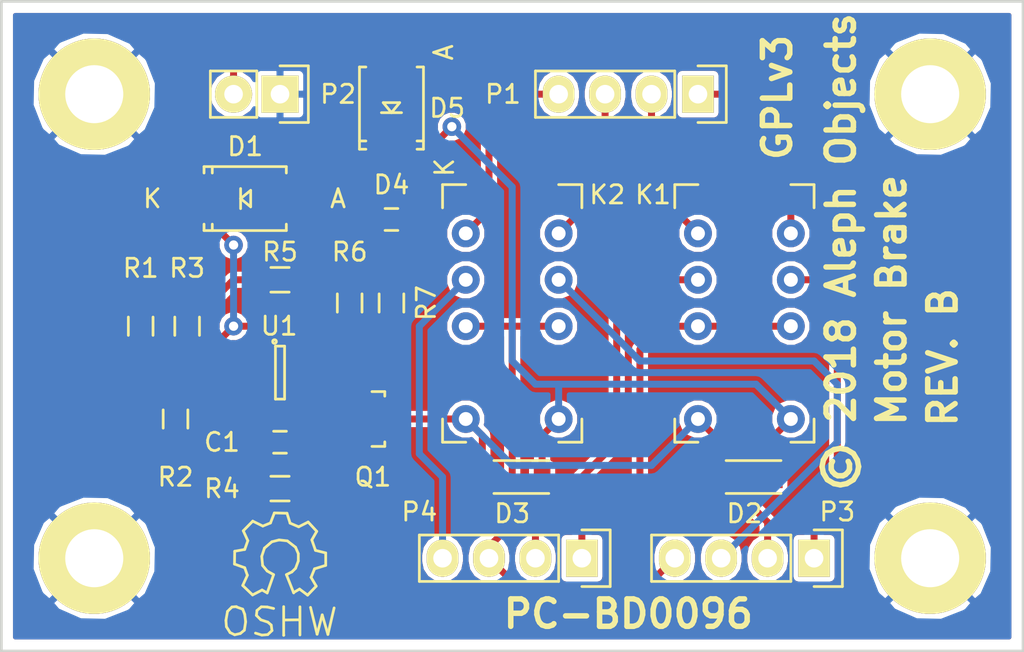
<source format=kicad_pcb>
(kicad_pcb (version 4) (host pcbnew 4.0.5+dfsg1-4)

  (general
    (links 49)
    (no_connects 0)
    (area 50.854 77.39954 111.706001 116.85582)
    (thickness 1.6)
    (drawings 9)
    (tracks 138)
    (zones 0)
    (modules 26)
    (nets 20)
  )

  (page A4)
  (layers
    (0 F.Cu signal hide)
    (31 B.Cu signal)
    (32 B.Adhes user)
    (33 F.Adhes user)
    (34 B.Paste user)
    (35 F.Paste user)
    (36 B.SilkS user)
    (37 F.SilkS user)
    (38 B.Mask user)
    (39 F.Mask user)
    (40 Dwgs.User user)
    (41 Cmts.User user)
    (42 Eco1.User user)
    (43 Eco2.User user)
    (44 Edge.Cuts user)
    (45 Margin user)
    (46 B.CrtYd user)
    (47 F.CrtYd user)
    (48 B.Fab user)
    (49 F.Fab user hide)
  )

  (setup
    (last_trace_width 0.381)
    (trace_clearance 0.2)
    (zone_clearance 0.254)
    (zone_45_only no)
    (trace_min 0.2)
    (segment_width 0.2)
    (edge_width 0.15)
    (via_size 1.016)
    (via_drill 0.508)
    (via_min_size 1.016)
    (via_min_drill 0.508)
    (uvia_size 0.3)
    (uvia_drill 0.1)
    (uvias_allowed no)
    (uvia_min_size 0)
    (uvia_min_drill 0)
    (pcb_text_width 0.3)
    (pcb_text_size 1.5 1.5)
    (mod_edge_width 0.15)
    (mod_text_size 1 1)
    (mod_text_width 0.15)
    (pad_size 1.524 1.524)
    (pad_drill 0.762)
    (pad_to_mask_clearance 0.2)
    (aux_axis_origin 0 0)
    (visible_elements FFFFFF7F)
    (pcbplotparams
      (layerselection 0x010e8_80000001)
      (usegerberextensions false)
      (excludeedgelayer true)
      (linewidth 0.100000)
      (plotframeref false)
      (viasonmask false)
      (mode 1)
      (useauxorigin false)
      (hpglpennumber 1)
      (hpglpenspeed 20)
      (hpglpendiameter 15)
      (hpglpenoverlay 2)
      (psnegative false)
      (psa4output false)
      (plotreference true)
      (plotvalue true)
      (plotinvisibletext false)
      (padsonsilk false)
      (subtractmaskfromsilk false)
      (outputformat 1)
      (mirror false)
      (drillshape 0)
      (scaleselection 1)
      (outputdirectory Z_Brake_Gerbers_Rev_B/))
  )

  (net 0 "")
  (net 1 "Net-(C1-Pad1)")
  (net 2 "Net-(C1-Pad2)")
  (net 3 "Net-(D1-Pad1)")
  (net 4 GND)
  (net 5 +24V)
  (net 6 "Net-(D2-Pad2)")
  (net 7 "Net-(D4-Pad2)")
  (net 8 "Net-(K1-Pad10)")
  (net 9 "Net-(K1-Pad9)")
  (net 10 "Net-(K1-Pad8)")
  (net 11 "Net-(K1-Pad4)")
  (net 12 "Net-(K1-Pad5)")
  (net 13 "Net-(K2-Pad10)")
  (net 14 "Net-(K2-Pad9)")
  (net 15 "Net-(K2-Pad8)")
  (net 16 "Net-(K2-Pad4)")
  (net 17 "Net-(K2-Pad5)")
  (net 18 "Net-(Q1-Pad1)")
  (net 19 VDD)

  (net_class Default "This is the default net class."
    (clearance 0.2)
    (trace_width 0.381)
    (via_dia 1.016)
    (via_drill 0.508)
    (uvia_dia 0.3)
    (uvia_drill 0.1)
    (add_net +24V)
    (add_net GND)
    (add_net "Net-(C1-Pad1)")
    (add_net "Net-(C1-Pad2)")
    (add_net "Net-(D1-Pad1)")
    (add_net "Net-(D2-Pad2)")
    (add_net "Net-(D4-Pad2)")
    (add_net "Net-(K1-Pad10)")
    (add_net "Net-(K1-Pad4)")
    (add_net "Net-(K1-Pad5)")
    (add_net "Net-(K1-Pad8)")
    (add_net "Net-(K1-Pad9)")
    (add_net "Net-(K2-Pad10)")
    (add_net "Net-(K2-Pad4)")
    (add_net "Net-(K2-Pad5)")
    (add_net "Net-(K2-Pad8)")
    (add_net "Net-(K2-Pad9)")
    (add_net "Net-(Q1-Pad1)")
    (add_net VDD)
  )

  (net_class STD_Signal ""
    (clearance 0.2)
    (trace_width 0.3048)
    (via_dia 1.016)
    (via_drill 0.508)
    (uvia_dia 0.3)
    (uvia_drill 0.1)
  )

  (module "AO Parts:EC2_Relay" (layer F.Cu) (tedit 5A60B19A) (tstamp 5A2850D7)
    (at 93.98 96.52 90)
    (path /5A25BAB4)
    (fp_text reference K1 (at 7.2 -5 180) (layer F.SilkS)
      (effects (font (size 1 1) (thickness 0.15)))
    )
    (fp_text value EC2-24NU (at 0 -5.08 90) (layer F.Fab) hide
      (effects (font (size 1 1) (thickness 0.15)))
    )
    (fp_line (start -6.35 -2.54) (end -6.35 -3.81) (layer F.SilkS) (width 0.15))
    (fp_line (start -6.35 -3.81) (end -5.08 -3.81) (layer F.SilkS) (width 0.15))
    (fp_line (start -5.08 3.81) (end -6.35 3.81) (layer F.SilkS) (width 0.15))
    (fp_line (start -6.35 3.81) (end -6.35 2.54) (layer F.SilkS) (width 0.15))
    (fp_line (start 7.75 2.54) (end 7.75 3.81) (layer F.SilkS) (width 0.15))
    (fp_line (start 7.75 3.81) (end 6.48 3.81) (layer F.SilkS) (width 0.15))
    (fp_line (start 6.48 -3.81) (end 7.75 -3.81) (layer F.SilkS) (width 0.15))
    (fp_line (start 7.75 -3.81) (end 7.75 -2.54) (layer F.SilkS) (width 0.15))
    (pad 10 thru_hole circle (at 0 -2.54 90) (size 1.524 1.524) (drill 0.762) (layers *.Cu *.Mask)
      (net 8 "Net-(K1-Pad10)"))
    (pad 9 thru_hole circle (at 2.54 -2.54 90) (size 1.524 1.524) (drill 0.762) (layers *.Cu *.Mask)
      (net 9 "Net-(K1-Pad9)"))
    (pad 8 thru_hole circle (at 5.08 -2.54 90) (size 1.524 1.524) (drill 0.762) (layers *.Cu *.Mask)
      (net 10 "Net-(K1-Pad8)"))
    (pad 12 thru_hole circle (at -5.08 -2.54 90) (size 1.524 1.524) (drill 0.762) (layers *.Cu *.Mask)
      (net 6 "Net-(D2-Pad2)"))
    (pad 1 thru_hole circle (at -5.08 2.54 90) (size 1.524 1.524) (drill 0.762) (layers *.Cu *.Mask)
      (net 19 VDD))
    (pad 3 thru_hole circle (at 0 2.54 90) (size 1.524 1.524) (drill 0.762) (layers *.Cu *.Mask)
      (net 8 "Net-(K1-Pad10)"))
    (pad 4 thru_hole circle (at 2.54 2.54 90) (size 1.524 1.524) (drill 0.762) (layers *.Cu *.Mask)
      (net 11 "Net-(K1-Pad4)"))
    (pad 5 thru_hole circle (at 5.08 2.54 90) (size 1.524 1.524) (drill 0.762) (layers *.Cu *.Mask)
      (net 12 "Net-(K1-Pad5)"))
  )

  (module "AO Parts:EC2_Relay" (layer F.Cu) (tedit 5A60B129) (tstamp 5A2850EB)
    (at 81.28 96.52 90)
    (path /5A25BC43)
    (fp_text reference K2 (at 7.2 5.2 180) (layer F.SilkS)
      (effects (font (size 1 1) (thickness 0.15)))
    )
    (fp_text value EC2-24NU (at 0 -5.08 90) (layer F.Fab) hide
      (effects (font (size 1 1) (thickness 0.15)))
    )
    (fp_line (start -6.35 -2.54) (end -6.35 -3.81) (layer F.SilkS) (width 0.15))
    (fp_line (start -6.35 -3.81) (end -5.08 -3.81) (layer F.SilkS) (width 0.15))
    (fp_line (start -5.08 3.81) (end -6.35 3.81) (layer F.SilkS) (width 0.15))
    (fp_line (start -6.35 3.81) (end -6.35 2.54) (layer F.SilkS) (width 0.15))
    (fp_line (start 7.75 2.54) (end 7.75 3.81) (layer F.SilkS) (width 0.15))
    (fp_line (start 7.75 3.81) (end 6.48 3.81) (layer F.SilkS) (width 0.15))
    (fp_line (start 6.48 -3.81) (end 7.75 -3.81) (layer F.SilkS) (width 0.15))
    (fp_line (start 7.75 -3.81) (end 7.75 -2.54) (layer F.SilkS) (width 0.15))
    (pad 10 thru_hole circle (at 0 -2.54 90) (size 1.524 1.524) (drill 0.762) (layers *.Cu *.Mask)
      (net 13 "Net-(K2-Pad10)"))
    (pad 9 thru_hole circle (at 2.54 -2.54 90) (size 1.524 1.524) (drill 0.762) (layers *.Cu *.Mask)
      (net 14 "Net-(K2-Pad9)"))
    (pad 8 thru_hole circle (at 5.08 -2.54 90) (size 1.524 1.524) (drill 0.762) (layers *.Cu *.Mask)
      (net 15 "Net-(K2-Pad8)"))
    (pad 12 thru_hole circle (at -5.08 -2.54 90) (size 1.524 1.524) (drill 0.762) (layers *.Cu *.Mask)
      (net 6 "Net-(D2-Pad2)"))
    (pad 1 thru_hole circle (at -5.08 2.54 90) (size 1.524 1.524) (drill 0.762) (layers *.Cu *.Mask)
      (net 19 VDD))
    (pad 3 thru_hole circle (at 0 2.54 90) (size 1.524 1.524) (drill 0.762) (layers *.Cu *.Mask)
      (net 13 "Net-(K2-Pad10)"))
    (pad 4 thru_hole circle (at 2.54 2.54 90) (size 1.524 1.524) (drill 0.762) (layers *.Cu *.Mask)
      (net 16 "Net-(K2-Pad4)"))
    (pad 5 thru_hole circle (at 5.08 2.54 90) (size 1.524 1.524) (drill 0.762) (layers *.Cu *.Mask)
      (net 17 "Net-(K2-Pad5)"))
  )

  (module Capacitors_SMD:C_0603_HandSoldering (layer F.Cu) (tedit 5A298C4E) (tstamp 5A2850AB)
    (at 68.58 102.87 180)
    (descr "Capacitor SMD 0603, hand soldering")
    (tags "capacitor 0603")
    (path /5A256C88)
    (attr smd)
    (fp_text reference C1 (at 3.175 0 180) (layer F.SilkS)
      (effects (font (size 1 1) (thickness 0.15)))
    )
    (fp_text value 0.22uF (at 0 1.9 180) (layer F.Fab) hide
      (effects (font (size 1 1) (thickness 0.15)))
    )
    (fp_line (start 0.35 0.6) (end -0.35 0.6) (layer F.SilkS) (width 0.15))
    (fp_line (start -0.35 -0.6) (end 0.35 -0.6) (layer F.SilkS) (width 0.15))
    (fp_line (start 1.85 -0.75) (end 1.85 0.75) (layer F.CrtYd) (width 0.05))
    (fp_line (start -1.85 -0.75) (end -1.85 0.75) (layer F.CrtYd) (width 0.05))
    (fp_line (start -1.85 0.75) (end 1.85 0.75) (layer F.CrtYd) (width 0.05))
    (fp_line (start -1.85 -0.75) (end 1.85 -0.75) (layer F.CrtYd) (width 0.05))
    (fp_line (start -0.8 -0.4) (end 0.8 -0.4) (layer F.Fab) (width 0.15))
    (fp_line (start 0.8 -0.4) (end 0.8 0.4) (layer F.Fab) (width 0.15))
    (fp_line (start 0.8 0.4) (end -0.8 0.4) (layer F.Fab) (width 0.15))
    (fp_line (start -0.8 0.4) (end -0.8 -0.4) (layer F.Fab) (width 0.15))
    (pad 1 smd rect (at -0.95 0 180) (size 1.2 0.75) (layers F.Cu F.Paste F.Mask)
      (net 1 "Net-(C1-Pad1)"))
    (pad 2 smd rect (at 0.95 0 180) (size 1.2 0.75) (layers F.Cu F.Paste F.Mask)
      (net 2 "Net-(C1-Pad2)"))
    (model Capacitors_SMD.3dshapes/C_0603_HandSoldering.wrl
      (at (xyz 0 0 0))
      (scale (xyz 1 1 1))
      (rotate (xyz 0 0 0))
    )
  )

  (module Diodes_SMD:SMA_Handsoldering (layer F.Cu) (tedit 5A299AE6) (tstamp 5A2850B1)
    (at 66.675 89.535)
    (descr "Diode SMA Handsoldering")
    (tags "Diode SMA Handsoldering")
    (path /5A256D6B)
    (attr smd)
    (fp_text reference D1 (at 0 -2.85) (layer F.SilkS)
      (effects (font (size 1 1) (thickness 0.15)))
    )
    (fp_text value "10.0 V ZENER" (at 0.05 4.4) (layer F.Fab) hide
      (effects (font (size 1 1) (thickness 0.15)))
    )
    (fp_line (start -2.25044 -1.75006) (end 2.25044 -1.75006) (layer F.SilkS) (width 0.15))
    (fp_line (start -2.25044 1.75006) (end 2.25044 1.75006) (layer F.SilkS) (width 0.15))
    (fp_line (start 2.25044 -1.75006) (end 2.25044 -1.39954) (layer F.SilkS) (width 0.15))
    (fp_line (start -2.25044 -1.75006) (end -2.25044 -1.39954) (layer F.SilkS) (width 0.15))
    (fp_line (start -2.25044 1.75006) (end -2.25044 1.39954) (layer F.SilkS) (width 0.15))
    (fp_line (start 2.25044 1.75006) (end 2.25044 1.39954) (layer F.SilkS) (width 0.15))
    (fp_line (start -1.79914 -1.75006) (end -1.79914 -1.39954) (layer F.SilkS) (width 0.15))
    (fp_line (start -1.79914 1.75006) (end -1.79914 1.39954) (layer F.SilkS) (width 0.15))
    (fp_text user A (at 5.08 0) (layer F.SilkS)
      (effects (font (size 1 1) (thickness 0.15)))
    )
    (fp_text user K (at -5.08 0) (layer F.SilkS)
      (effects (font (size 1 1) (thickness 0.15)))
    )
    (fp_line (start -0.25 -0.55) (end -0.25 0.55) (layer F.SilkS) (width 0.15))
    (fp_line (start 0.3 0.45) (end -0.25 0) (layer F.SilkS) (width 0.15))
    (fp_line (start 0.3 -0.45) (end 0.3 0.45) (layer F.SilkS) (width 0.15))
    (fp_line (start -0.25 0) (end 0.3 -0.45) (layer F.SilkS) (width 0.15))
    (fp_line (start -4.5 2) (end -4.5 -2) (layer F.CrtYd) (width 0.05))
    (fp_line (start 4.5 2) (end -4.5 2) (layer F.CrtYd) (width 0.05))
    (fp_line (start 4.5 -2) (end 4.5 2) (layer F.CrtYd) (width 0.05))
    (fp_line (start -4.5 -2) (end 4.5 -2) (layer F.CrtYd) (width 0.05))
    (pad 1 smd rect (at -2.49936 0) (size 3.50012 1.80086) (layers F.Cu F.Paste F.Mask)
      (net 3 "Net-(D1-Pad1)"))
    (pad 2 smd rect (at 2.49936 0) (size 3.50012 1.80086) (layers F.Cu F.Paste F.Mask)
      (net 4 GND))
    (model Diodes_SMD.3dshapes/SMA_Handsoldering.wrl
      (at (xyz 0 0 0))
      (scale (xyz 0.3937 0.3937 0.3937))
      (rotate (xyz 0 0 180))
    )
  )

  (module Diodes_SMD:SOD-123 (layer F.Cu) (tedit 5A286E24) (tstamp 5A2850B7)
    (at 93.98 104.775 180)
    (descr SOD-123)
    (tags SOD-123)
    (path /5A25CBCD)
    (attr smd)
    (fp_text reference D2 (at 0 -2 180) (layer F.SilkS)
      (effects (font (size 1 1) (thickness 0.15)))
    )
    (fp_text value D_Schottky_ALT (at 0 2.1 180) (layer F.Fab) hide
      (effects (font (size 1 1) (thickness 0.15)))
    )
    (fp_line (start -2 -0.9) (end 1 -0.9) (layer F.SilkS) (width 0.15))
    (fp_line (start -2 0.9) (end 1 0.9) (layer F.SilkS) (width 0.15))
    (fp_line (start -2.25 -1.05) (end -2.25 1.05) (layer F.CrtYd) (width 0.05))
    (fp_line (start 2.25 1.05) (end -2.25 1.05) (layer F.CrtYd) (width 0.05))
    (fp_line (start 2.25 -1.05) (end 2.25 1.05) (layer F.CrtYd) (width 0.05))
    (fp_line (start -2.25 -1.05) (end 2.25 -1.05) (layer F.CrtYd) (width 0.05))
    (fp_line (start -1.35 -0.8) (end 1.35 -0.8) (layer F.Fab) (width 0.15))
    (fp_line (start 1.35 -0.8) (end 1.35 0.8) (layer F.Fab) (width 0.15))
    (fp_line (start 1.35 0.8) (end -1.35 0.8) (layer F.Fab) (width 0.15))
    (fp_line (start -1.35 0.8) (end -1.35 -0.8) (layer F.Fab) (width 0.15))
    (fp_line (start -0.75 0) (end -0.35 0) (layer F.Fab) (width 0.15))
    (fp_line (start -0.35 0) (end -0.35 -0.55) (layer F.Fab) (width 0.15))
    (fp_line (start -0.35 0) (end -0.35 0.55) (layer F.Fab) (width 0.15))
    (fp_line (start -0.35 0) (end 0.25 -0.4) (layer F.Fab) (width 0.15))
    (fp_line (start 0.25 -0.4) (end 0.25 0.4) (layer F.Fab) (width 0.15))
    (fp_line (start 0.25 0.4) (end -0.35 0) (layer F.Fab) (width 0.15))
    (fp_line (start 0.25 0) (end 0.75 0) (layer F.Fab) (width 0.15))
    (pad 1 smd rect (at -1.635 0 180) (size 0.91 1.22) (layers F.Cu F.Paste F.Mask)
      (net 19 VDD))
    (pad 2 smd rect (at 1.635 0 180) (size 0.91 1.22) (layers F.Cu F.Paste F.Mask)
      (net 6 "Net-(D2-Pad2)"))
    (model ${KISYS3DMOD}/Diodes_SMD.3dshapes/SOD-123.wrl
      (at (xyz 0 0 0))
      (scale (xyz 1 1 1))
      (rotate (xyz 0 0 0))
    )
  )

  (module Diodes_SMD:SOD-123 (layer F.Cu) (tedit 5A286E2D) (tstamp 5A2850BD)
    (at 81.28 104.775 180)
    (descr SOD-123)
    (tags SOD-123)
    (path /5A25CC1A)
    (attr smd)
    (fp_text reference D3 (at 0 -2 180) (layer F.SilkS)
      (effects (font (size 1 1) (thickness 0.15)))
    )
    (fp_text value D_Schottky_ALT (at 0 2.1 180) (layer F.Fab) hide
      (effects (font (size 1 1) (thickness 0.15)))
    )
    (fp_line (start -2 -0.9) (end 1 -0.9) (layer F.SilkS) (width 0.15))
    (fp_line (start -2 0.9) (end 1 0.9) (layer F.SilkS) (width 0.15))
    (fp_line (start -2.25 -1.05) (end -2.25 1.05) (layer F.CrtYd) (width 0.05))
    (fp_line (start 2.25 1.05) (end -2.25 1.05) (layer F.CrtYd) (width 0.05))
    (fp_line (start 2.25 -1.05) (end 2.25 1.05) (layer F.CrtYd) (width 0.05))
    (fp_line (start -2.25 -1.05) (end 2.25 -1.05) (layer F.CrtYd) (width 0.05))
    (fp_line (start -1.35 -0.8) (end 1.35 -0.8) (layer F.Fab) (width 0.15))
    (fp_line (start 1.35 -0.8) (end 1.35 0.8) (layer F.Fab) (width 0.15))
    (fp_line (start 1.35 0.8) (end -1.35 0.8) (layer F.Fab) (width 0.15))
    (fp_line (start -1.35 0.8) (end -1.35 -0.8) (layer F.Fab) (width 0.15))
    (fp_line (start -0.75 0) (end -0.35 0) (layer F.Fab) (width 0.15))
    (fp_line (start -0.35 0) (end -0.35 -0.55) (layer F.Fab) (width 0.15))
    (fp_line (start -0.35 0) (end -0.35 0.55) (layer F.Fab) (width 0.15))
    (fp_line (start -0.35 0) (end 0.25 -0.4) (layer F.Fab) (width 0.15))
    (fp_line (start 0.25 -0.4) (end 0.25 0.4) (layer F.Fab) (width 0.15))
    (fp_line (start 0.25 0.4) (end -0.35 0) (layer F.Fab) (width 0.15))
    (fp_line (start 0.25 0) (end 0.75 0) (layer F.Fab) (width 0.15))
    (pad 1 smd rect (at -1.635 0 180) (size 0.91 1.22) (layers F.Cu F.Paste F.Mask)
      (net 19 VDD))
    (pad 2 smd rect (at 1.635 0 180) (size 0.91 1.22) (layers F.Cu F.Paste F.Mask)
      (net 6 "Net-(D2-Pad2)"))
    (model ${KISYS3DMOD}/Diodes_SMD.3dshapes/SOD-123.wrl
      (at (xyz 0 0 0))
      (scale (xyz 1 1 1))
      (rotate (xyz 0 0 0))
    )
  )

  (module Capacitors_SMD:C_0603_HandSoldering (layer F.Cu) (tedit 5A2984E8) (tstamp 5A2850C3)
    (at 74.676 90.678)
    (descr "Capacitor SMD 0603, hand soldering")
    (tags "capacitor 0603")
    (path /5A282358)
    (attr smd)
    (fp_text reference D4 (at 0 -1.9) (layer F.SilkS)
      (effects (font (size 1 1) (thickness 0.15)))
    )
    (fp_text value LED_ALT (at 0 1.9) (layer F.Fab) hide
      (effects (font (size 1 1) (thickness 0.15)))
    )
    (fp_line (start 0.35 0.6) (end -0.35 0.6) (layer F.SilkS) (width 0.15))
    (fp_line (start -0.35 -0.6) (end 0.35 -0.6) (layer F.SilkS) (width 0.15))
    (fp_line (start 1.85 -0.75) (end 1.85 0.75) (layer F.CrtYd) (width 0.05))
    (fp_line (start -1.85 -0.75) (end -1.85 0.75) (layer F.CrtYd) (width 0.05))
    (fp_line (start -1.85 0.75) (end 1.85 0.75) (layer F.CrtYd) (width 0.05))
    (fp_line (start -1.85 -0.75) (end 1.85 -0.75) (layer F.CrtYd) (width 0.05))
    (fp_line (start -0.8 -0.4) (end 0.8 -0.4) (layer F.Fab) (width 0.15))
    (fp_line (start 0.8 -0.4) (end 0.8 0.4) (layer F.Fab) (width 0.15))
    (fp_line (start 0.8 0.4) (end -0.8 0.4) (layer F.Fab) (width 0.15))
    (fp_line (start -0.8 0.4) (end -0.8 -0.4) (layer F.Fab) (width 0.15))
    (pad 1 smd rect (at -0.95 0) (size 1.2 0.75) (layers F.Cu F.Paste F.Mask)
      (net 19 VDD))
    (pad 2 smd rect (at 0.95 0) (size 1.2 0.75) (layers F.Cu F.Paste F.Mask)
      (net 7 "Net-(D4-Pad2)"))
    (model Capacitors_SMD.3dshapes/C_0603_HandSoldering.wrl
      (at (xyz 0 0 0))
      (scale (xyz 1 1 1))
      (rotate (xyz 0 0 0))
    )
  )

  (module TO_SOT_Packages_SMD:SOT-23 (layer F.Cu) (tedit 5A299DF1) (tstamp 5A285110)
    (at 73.66 101.6 270)
    (descr "SOT-23, Standard")
    (tags SOT-23)
    (path /5A28155C)
    (attr smd)
    (fp_text reference Q1 (at 3.175 0 360) (layer F.SilkS)
      (effects (font (size 1 1) (thickness 0.15)))
    )
    (fp_text value 2N7002 (at 0 2.3 270) (layer F.Fab) hide
      (effects (font (size 1 1) (thickness 0.15)))
    )
    (fp_line (start 1.49982 -0.65024) (end 1.49982 0.0508) (layer F.SilkS) (width 0.15))
    (fp_line (start 1.29916 -0.65024) (end 1.49982 -0.65024) (layer F.SilkS) (width 0.15))
    (fp_line (start -1.49982 -0.65024) (end -1.2509 -0.65024) (layer F.SilkS) (width 0.15))
    (fp_line (start -1.49982 0.0508) (end -1.49982 -0.65024) (layer F.SilkS) (width 0.15))
    (fp_line (start 1.29916 -0.65024) (end 1.2509 -0.65024) (layer F.SilkS) (width 0.15))
    (fp_line (start -1.65 1.6) (end -1.65 -1.6) (layer F.CrtYd) (width 0.05))
    (fp_line (start 1.65 1.6) (end -1.65 1.6) (layer F.CrtYd) (width 0.05))
    (fp_line (start 1.65 -1.6) (end 1.65 1.6) (layer F.CrtYd) (width 0.05))
    (fp_line (start -1.65 -1.6) (end 1.65 -1.6) (layer F.CrtYd) (width 0.05))
    (pad 1 smd rect (at -0.95 1.00076 270) (size 0.8001 0.8001) (layers F.Cu F.Paste F.Mask)
      (net 18 "Net-(Q1-Pad1)"))
    (pad 2 smd rect (at 0.95 1.00076 270) (size 0.8001 0.8001) (layers F.Cu F.Paste F.Mask)
      (net 4 GND))
    (pad 3 smd rect (at 0 -0.99822 270) (size 0.8001 0.8001) (layers F.Cu F.Paste F.Mask)
      (net 6 "Net-(D2-Pad2)"))
    (model TO_SOT_Packages_SMD.3dshapes/SOT-23.wrl
      (at (xyz 0 0 0))
      (scale (xyz 1 1 1))
      (rotate (xyz 0 0 0))
    )
  )

  (module Resistors_SMD:R_0603_HandSoldering (layer F.Cu) (tedit 5A299DE1) (tstamp 5A285116)
    (at 60.96 96.52 270)
    (descr "Resistor SMD 0603, hand soldering")
    (tags "resistor 0603")
    (path /5A2841D0)
    (attr smd)
    (fp_text reference R1 (at -3.175 0 360) (layer F.SilkS)
      (effects (font (size 1 1) (thickness 0.15)))
    )
    (fp_text value 12.6k (at 0 1.9 270) (layer F.Fab) hide
      (effects (font (size 1 1) (thickness 0.15)))
    )
    (fp_line (start -0.5 -0.675) (end 0.5 -0.675) (layer F.SilkS) (width 0.15))
    (fp_line (start 0.5 0.675) (end -0.5 0.675) (layer F.SilkS) (width 0.15))
    (fp_line (start 2 -0.8) (end 2 0.8) (layer F.CrtYd) (width 0.05))
    (fp_line (start -2 -0.8) (end -2 0.8) (layer F.CrtYd) (width 0.05))
    (fp_line (start -2 0.8) (end 2 0.8) (layer F.CrtYd) (width 0.05))
    (fp_line (start -2 -0.8) (end 2 -0.8) (layer F.CrtYd) (width 0.05))
    (pad 1 smd rect (at -1.1 0 270) (size 1.2 0.9) (layers F.Cu F.Paste F.Mask)
      (net 19 VDD))
    (pad 2 smd rect (at 1.1 0 270) (size 1.2 0.9) (layers F.Cu F.Paste F.Mask)
      (net 2 "Net-(C1-Pad2)"))
    (model Resistors_SMD.3dshapes/R_0603_HandSoldering.wrl
      (at (xyz 0 0 0))
      (scale (xyz 1 1 1))
      (rotate (xyz 0 0 0))
    )
  )

  (module Resistors_SMD:R_0603_HandSoldering (layer F.Cu) (tedit 5A299DEA) (tstamp 5A28511C)
    (at 62.865 101.6 90)
    (descr "Resistor SMD 0603, hand soldering")
    (tags "resistor 0603")
    (path /5A284279)
    (attr smd)
    (fp_text reference R2 (at -3.175 0 180) (layer F.SilkS)
      (effects (font (size 1 1) (thickness 0.15)))
    )
    (fp_text value 10k (at 0 1.9 90) (layer F.Fab) hide
      (effects (font (size 1 1) (thickness 0.15)))
    )
    (fp_line (start -0.5 -0.675) (end 0.5 -0.675) (layer F.SilkS) (width 0.15))
    (fp_line (start 0.5 0.675) (end -0.5 0.675) (layer F.SilkS) (width 0.15))
    (fp_line (start 2 -0.8) (end 2 0.8) (layer F.CrtYd) (width 0.05))
    (fp_line (start -2 -0.8) (end -2 0.8) (layer F.CrtYd) (width 0.05))
    (fp_line (start -2 0.8) (end 2 0.8) (layer F.CrtYd) (width 0.05))
    (fp_line (start -2 -0.8) (end 2 -0.8) (layer F.CrtYd) (width 0.05))
    (pad 1 smd rect (at -1.1 0 90) (size 1.2 0.9) (layers F.Cu F.Paste F.Mask)
      (net 2 "Net-(C1-Pad2)"))
    (pad 2 smd rect (at 1.1 0 90) (size 1.2 0.9) (layers F.Cu F.Paste F.Mask)
      (net 4 GND))
    (model Resistors_SMD.3dshapes/R_0603_HandSoldering.wrl
      (at (xyz 0 0 0))
      (scale (xyz 1 1 1))
      (rotate (xyz 0 0 0))
    )
  )

  (module Resistors_SMD:R_0603_HandSoldering (layer F.Cu) (tedit 5A299DDE) (tstamp 5A285122)
    (at 63.5 96.52 270)
    (descr "Resistor SMD 0603, hand soldering")
    (tags "resistor 0603")
    (path /5A2840E3)
    (attr smd)
    (fp_text reference R3 (at -3.175 0 360) (layer F.SilkS)
      (effects (font (size 1 1) (thickness 0.15)))
    )
    (fp_text value 10k (at 0 1.9 270) (layer F.Fab) hide
      (effects (font (size 1 1) (thickness 0.15)))
    )
    (fp_line (start -0.5 -0.675) (end 0.5 -0.675) (layer F.SilkS) (width 0.15))
    (fp_line (start 0.5 0.675) (end -0.5 0.675) (layer F.SilkS) (width 0.15))
    (fp_line (start 2 -0.8) (end 2 0.8) (layer F.CrtYd) (width 0.05))
    (fp_line (start -2 -0.8) (end -2 0.8) (layer F.CrtYd) (width 0.05))
    (fp_line (start -2 0.8) (end 2 0.8) (layer F.CrtYd) (width 0.05))
    (fp_line (start -2 -0.8) (end 2 -0.8) (layer F.CrtYd) (width 0.05))
    (pad 1 smd rect (at -1.1 0 270) (size 1.2 0.9) (layers F.Cu F.Paste F.Mask)
      (net 19 VDD))
    (pad 2 smd rect (at 1.1 0 270) (size 1.2 0.9) (layers F.Cu F.Paste F.Mask)
      (net 3 "Net-(D1-Pad1)"))
    (model Resistors_SMD.3dshapes/R_0603_HandSoldering.wrl
      (at (xyz 0 0 0))
      (scale (xyz 1 1 1))
      (rotate (xyz 0 0 0))
    )
  )

  (module Resistors_SMD:R_0603_HandSoldering (layer F.Cu) (tedit 5A298C4B) (tstamp 5A285128)
    (at 68.58 105.41 180)
    (descr "Resistor SMD 0603, hand soldering")
    (tags "resistor 0603")
    (path /5A283C18)
    (attr smd)
    (fp_text reference R4 (at 3.175 0 180) (layer F.SilkS)
      (effects (font (size 1 1) (thickness 0.15)))
    )
    (fp_text value 100k (at 0 1.9 180) (layer F.Fab) hide
      (effects (font (size 1 1) (thickness 0.15)))
    )
    (fp_line (start -0.5 -0.675) (end 0.5 -0.675) (layer F.SilkS) (width 0.15))
    (fp_line (start 0.5 0.675) (end -0.5 0.675) (layer F.SilkS) (width 0.15))
    (fp_line (start 2 -0.8) (end 2 0.8) (layer F.CrtYd) (width 0.05))
    (fp_line (start -2 -0.8) (end -2 0.8) (layer F.CrtYd) (width 0.05))
    (fp_line (start -2 0.8) (end 2 0.8) (layer F.CrtYd) (width 0.05))
    (fp_line (start -2 -0.8) (end 2 -0.8) (layer F.CrtYd) (width 0.05))
    (pad 1 smd rect (at -1.1 0 180) (size 1.2 0.9) (layers F.Cu F.Paste F.Mask)
      (net 1 "Net-(C1-Pad1)"))
    (pad 2 smd rect (at 1.1 0 180) (size 1.2 0.9) (layers F.Cu F.Paste F.Mask)
      (net 2 "Net-(C1-Pad2)"))
    (model Resistors_SMD.3dshapes/R_0603_HandSoldering.wrl
      (at (xyz 0 0 0))
      (scale (xyz 1 1 1))
      (rotate (xyz 0 0 0))
    )
  )

  (module Resistors_SMD:R_0603_HandSoldering (layer F.Cu) (tedit 5A6107E6) (tstamp 5A28512E)
    (at 68.58 93.98)
    (descr "Resistor SMD 0603, hand soldering")
    (tags "resistor 0603")
    (path /5A285833)
    (attr smd)
    (fp_text reference R5 (at 0 -1.524) (layer F.SilkS)
      (effects (font (size 1 1) (thickness 0.15)))
    )
    (fp_text value 10k (at 0 1.9) (layer F.Fab) hide
      (effects (font (size 1 1) (thickness 0.15)))
    )
    (fp_line (start -0.5 -0.675) (end 0.5 -0.675) (layer F.SilkS) (width 0.15))
    (fp_line (start 0.5 0.675) (end -0.5 0.675) (layer F.SilkS) (width 0.15))
    (fp_line (start 2 -0.8) (end 2 0.8) (layer F.CrtYd) (width 0.05))
    (fp_line (start -2 -0.8) (end -2 0.8) (layer F.CrtYd) (width 0.05))
    (fp_line (start -2 0.8) (end 2 0.8) (layer F.CrtYd) (width 0.05))
    (fp_line (start -2 -0.8) (end 2 -0.8) (layer F.CrtYd) (width 0.05))
    (pad 1 smd rect (at -1.1 0) (size 1.2 0.9) (layers F.Cu F.Paste F.Mask)
      (net 19 VDD))
    (pad 2 smd rect (at 1.1 0) (size 1.2 0.9) (layers F.Cu F.Paste F.Mask)
      (net 1 "Net-(C1-Pad1)"))
    (model Resistors_SMD.3dshapes/R_0603_HandSoldering.wrl
      (at (xyz 0 0 0))
      (scale (xyz 1 1 1))
      (rotate (xyz 0 0 0))
    )
  )

  (module Resistors_SMD:R_0603_HandSoldering (layer F.Cu) (tedit 5A6107EA) (tstamp 5A285134)
    (at 72.39 95.25 90)
    (descr "Resistor SMD 0603, hand soldering")
    (tags "resistor 0603")
    (path /5A2833C8)
    (attr smd)
    (fp_text reference R6 (at 2.794 0 180) (layer F.SilkS)
      (effects (font (size 1 1) (thickness 0.15)))
    )
    (fp_text value 10k (at 0 1.9 90) (layer F.Fab) hide
      (effects (font (size 1 1) (thickness 0.15)))
    )
    (fp_line (start -0.5 -0.675) (end 0.5 -0.675) (layer F.SilkS) (width 0.15))
    (fp_line (start 0.5 0.675) (end -0.5 0.675) (layer F.SilkS) (width 0.15))
    (fp_line (start 2 -0.8) (end 2 0.8) (layer F.CrtYd) (width 0.05))
    (fp_line (start -2 -0.8) (end -2 0.8) (layer F.CrtYd) (width 0.05))
    (fp_line (start -2 0.8) (end 2 0.8) (layer F.CrtYd) (width 0.05))
    (fp_line (start -2 -0.8) (end 2 -0.8) (layer F.CrtYd) (width 0.05))
    (pad 1 smd rect (at -1.1 0 90) (size 1.2 0.9) (layers F.Cu F.Paste F.Mask)
      (net 18 "Net-(Q1-Pad1)"))
    (pad 2 smd rect (at 1.1 0 90) (size 1.2 0.9) (layers F.Cu F.Paste F.Mask)
      (net 1 "Net-(C1-Pad1)"))
    (model Resistors_SMD.3dshapes/R_0603_HandSoldering.wrl
      (at (xyz 0 0 0))
      (scale (xyz 1 1 1))
      (rotate (xyz 0 0 0))
    )
  )

  (module Resistors_SMD:R_0603_HandSoldering (layer F.Cu) (tedit 5A29898C) (tstamp 5A28513A)
    (at 74.676 95.25 270)
    (descr "Resistor SMD 0603, hand soldering")
    (tags "resistor 0603")
    (path /5A282435)
    (attr smd)
    (fp_text reference R7 (at 0 -1.9 270) (layer F.SilkS)
      (effects (font (size 1 1) (thickness 0.15)))
    )
    (fp_text value 3.3k (at 0 1.9 270) (layer F.Fab) hide
      (effects (font (size 1 1) (thickness 0.15)))
    )
    (fp_line (start -0.5 -0.675) (end 0.5 -0.675) (layer F.SilkS) (width 0.15))
    (fp_line (start 0.5 0.675) (end -0.5 0.675) (layer F.SilkS) (width 0.15))
    (fp_line (start 2 -0.8) (end 2 0.8) (layer F.CrtYd) (width 0.05))
    (fp_line (start -2 -0.8) (end -2 0.8) (layer F.CrtYd) (width 0.05))
    (fp_line (start -2 0.8) (end 2 0.8) (layer F.CrtYd) (width 0.05))
    (fp_line (start -2 -0.8) (end 2 -0.8) (layer F.CrtYd) (width 0.05))
    (pad 1 smd rect (at -1.1 0 270) (size 1.2 0.9) (layers F.Cu F.Paste F.Mask)
      (net 7 "Net-(D4-Pad2)"))
    (pad 2 smd rect (at 1.1 0 270) (size 1.2 0.9) (layers F.Cu F.Paste F.Mask)
      (net 6 "Net-(D2-Pad2)"))
    (model Resistors_SMD.3dshapes/R_0603_HandSoldering.wrl
      (at (xyz 0 0 0))
      (scale (xyz 1 1 1))
      (rotate (xyz 0 0 0))
    )
  )

  (module TO_SOT_Packages_SMD:SOT-23-5 (layer F.Cu) (tedit 5A298BA5) (tstamp 5A285143)
    (at 68.58 99.06)
    (descr "5-pin SOT23 package")
    (tags SOT-23-5)
    (path /5A280FF5)
    (attr smd)
    (fp_text reference U1 (at -0.05 -2.55) (layer F.SilkS)
      (effects (font (size 1 1) (thickness 0.15)))
    )
    (fp_text value LM397 (at -0.05 2.35) (layer F.Fab) hide
      (effects (font (size 1 1) (thickness 0.15)))
    )
    (fp_line (start -0.25 -1.45) (end -0.25 1.45) (layer F.SilkS) (width 0.15))
    (fp_line (start -0.25 1.45) (end 0.25 1.45) (layer F.SilkS) (width 0.15))
    (fp_line (start 0.25 1.45) (end 0.25 -1.45) (layer F.SilkS) (width 0.15))
    (fp_line (start 0.25 -1.45) (end -0.25 -1.45) (layer F.SilkS) (width 0.15))
    (fp_circle (center -0.3 -1.7) (end -0.2 -1.7) (layer F.SilkS) (width 0.15))
    (fp_line (start -1.8 1.6) (end -1.8 -1.6) (layer F.CrtYd) (width 0.05))
    (fp_line (start 1.8 1.6) (end -1.8 1.6) (layer F.CrtYd) (width 0.05))
    (fp_line (start 1.8 -1.6) (end 1.8 1.6) (layer F.CrtYd) (width 0.05))
    (fp_line (start -1.8 -1.6) (end 1.8 -1.6) (layer F.CrtYd) (width 0.05))
    (pad 1 smd rect (at -1.1 -0.95) (size 1.06 0.65) (layers F.Cu F.Paste F.Mask)
      (net 3 "Net-(D1-Pad1)"))
    (pad 2 smd rect (at -1.1 0) (size 1.06 0.65) (layers F.Cu F.Paste F.Mask)
      (net 4 GND))
    (pad 3 smd rect (at -1.1 0.95) (size 1.06 0.65) (layers F.Cu F.Paste F.Mask)
      (net 2 "Net-(C1-Pad2)"))
    (pad 4 smd rect (at 1.1 0.95) (size 1.06 0.65) (layers F.Cu F.Paste F.Mask)
      (net 1 "Net-(C1-Pad1)"))
    (pad 5 smd rect (at 1.1 -0.95) (size 1.06 0.65) (layers F.Cu F.Paste F.Mask)
      (net 19 VDD))
    (model TO_SOT_Packages_SMD.3dshapes/SOT-23-5.wrl
      (at (xyz 0 0 0))
      (scale (xyz 1 1 1))
      (rotate (xyz 0 0 0))
    )
  )

  (module Pin_Headers:Pin_Header_Straight_1x04 (layer F.Cu) (tedit 5A2984E0) (tstamp 5A286128)
    (at 91.44 83.82 270)
    (descr "Through hole pin header")
    (tags "pin header")
    (path /5A25BCC2)
    (fp_text reference P1 (at 0 10.668 360) (layer F.SilkS)
      (effects (font (size 1 1) (thickness 0.15)))
    )
    (fp_text value CONN_01X04 (at 0 -3.1 270) (layer F.Fab) hide
      (effects (font (size 1 1) (thickness 0.15)))
    )
    (fp_line (start -1.55 -1.55) (end 1.55 -1.55) (layer F.SilkS) (width 0.15))
    (fp_line (start -1.55 0) (end -1.55 -1.55) (layer F.SilkS) (width 0.15))
    (fp_line (start 1.27 1.27) (end -1.27 1.27) (layer F.SilkS) (width 0.15))
    (fp_line (start -1.27 8.89) (end 1.27 8.89) (layer F.SilkS) (width 0.15))
    (fp_line (start 1.55 -1.55) (end 1.55 0) (layer F.SilkS) (width 0.15))
    (fp_line (start 1.27 1.27) (end 1.27 8.89) (layer F.SilkS) (width 0.15))
    (fp_line (start -1.27 1.27) (end -1.27 8.89) (layer F.SilkS) (width 0.15))
    (fp_line (start -1.75 9.4) (end 1.75 9.4) (layer F.CrtYd) (width 0.05))
    (fp_line (start -1.75 -1.75) (end 1.75 -1.75) (layer F.CrtYd) (width 0.05))
    (fp_line (start 1.75 -1.75) (end 1.75 9.4) (layer F.CrtYd) (width 0.05))
    (fp_line (start -1.75 -1.75) (end -1.75 9.4) (layer F.CrtYd) (width 0.05))
    (pad 1 thru_hole rect (at 0 0 270) (size 2.032 1.7272) (drill 1.016) (layers *.Cu *.Mask F.SilkS)
      (net 12 "Net-(K1-Pad5)"))
    (pad 2 thru_hole oval (at 0 2.54 270) (size 2.032 1.7272) (drill 1.016) (layers *.Cu *.Mask F.SilkS)
      (net 10 "Net-(K1-Pad8)"))
    (pad 3 thru_hole oval (at 0 5.08 270) (size 2.032 1.7272) (drill 1.016) (layers *.Cu *.Mask F.SilkS)
      (net 17 "Net-(K2-Pad5)"))
    (pad 4 thru_hole oval (at 0 7.62 270) (size 2.032 1.7272) (drill 1.016) (layers *.Cu *.Mask F.SilkS)
      (net 15 "Net-(K2-Pad8)"))
    (model Pin_Headers.3dshapes/Pin_Header_Straight_1x04.wrl
      (at (xyz 0 -0.15 0))
      (scale (xyz 1 1 1))
      (rotate (xyz 0 0 90))
    )
  )

  (module Pin_Headers:Pin_Header_Straight_1x02 (layer F.Cu) (tedit 5A298999) (tstamp 5A28612F)
    (at 68.58 83.82 270)
    (descr "Through hole pin header")
    (tags "pin header")
    (path /5A281286)
    (fp_text reference P2 (at 0 -3.175 360) (layer F.SilkS)
      (effects (font (size 1 1) (thickness 0.15)))
    )
    (fp_text value CONN_01X02 (at 0 -3.1 270) (layer F.Fab) hide
      (effects (font (size 1 1) (thickness 0.15)))
    )
    (fp_line (start -1.27 3.81) (end 1.27 3.81) (layer F.SilkS) (width 0.15))
    (fp_line (start -1.27 1.27) (end -1.27 3.81) (layer F.SilkS) (width 0.15))
    (fp_line (start -1.55 -1.55) (end 1.55 -1.55) (layer F.SilkS) (width 0.15))
    (fp_line (start -1.55 0) (end -1.55 -1.55) (layer F.SilkS) (width 0.15))
    (fp_line (start 1.27 1.27) (end -1.27 1.27) (layer F.SilkS) (width 0.15))
    (fp_line (start -1.75 4.3) (end 1.75 4.3) (layer F.CrtYd) (width 0.05))
    (fp_line (start -1.75 -1.75) (end 1.75 -1.75) (layer F.CrtYd) (width 0.05))
    (fp_line (start 1.75 -1.75) (end 1.75 4.3) (layer F.CrtYd) (width 0.05))
    (fp_line (start -1.75 -1.75) (end -1.75 4.3) (layer F.CrtYd) (width 0.05))
    (fp_line (start 1.55 -1.55) (end 1.55 0) (layer F.SilkS) (width 0.15))
    (fp_line (start 1.27 1.27) (end 1.27 3.81) (layer F.SilkS) (width 0.15))
    (pad 1 thru_hole rect (at 0 0 270) (size 2.032 2.032) (drill 1.016) (layers *.Cu *.Mask F.SilkS)
      (net 4 GND))
    (pad 2 thru_hole oval (at 0 2.54 270) (size 2.032 2.032) (drill 1.016) (layers *.Cu *.Mask F.SilkS)
      (net 5 +24V))
    (model Pin_Headers.3dshapes/Pin_Header_Straight_1x02.wrl
      (at (xyz 0 -0.05 0))
      (scale (xyz 1 1 1))
      (rotate (xyz 0 0 90))
    )
  )

  (module Pin_Headers:Pin_Header_Straight_1x04 (layer F.Cu) (tedit 5A2984BB) (tstamp 5A286134)
    (at 97.79 109.22 270)
    (descr "Through hole pin header")
    (tags "pin header")
    (path /5A25BD67)
    (fp_text reference P3 (at -2.54 -1.27 360) (layer F.SilkS)
      (effects (font (size 1 1) (thickness 0.15)))
    )
    (fp_text value CONN_01X04 (at 0 -3.1 270) (layer F.Fab) hide
      (effects (font (size 1 1) (thickness 0.15)))
    )
    (fp_line (start -1.55 -1.55) (end 1.55 -1.55) (layer F.SilkS) (width 0.15))
    (fp_line (start -1.55 0) (end -1.55 -1.55) (layer F.SilkS) (width 0.15))
    (fp_line (start 1.27 1.27) (end -1.27 1.27) (layer F.SilkS) (width 0.15))
    (fp_line (start -1.27 8.89) (end 1.27 8.89) (layer F.SilkS) (width 0.15))
    (fp_line (start 1.55 -1.55) (end 1.55 0) (layer F.SilkS) (width 0.15))
    (fp_line (start 1.27 1.27) (end 1.27 8.89) (layer F.SilkS) (width 0.15))
    (fp_line (start -1.27 1.27) (end -1.27 8.89) (layer F.SilkS) (width 0.15))
    (fp_line (start -1.75 9.4) (end 1.75 9.4) (layer F.CrtYd) (width 0.05))
    (fp_line (start -1.75 -1.75) (end 1.75 -1.75) (layer F.CrtYd) (width 0.05))
    (fp_line (start 1.75 -1.75) (end 1.75 9.4) (layer F.CrtYd) (width 0.05))
    (fp_line (start -1.75 -1.75) (end -1.75 9.4) (layer F.CrtYd) (width 0.05))
    (pad 1 thru_hole rect (at 0 0 270) (size 2.032 1.7272) (drill 1.016) (layers *.Cu *.Mask F.SilkS)
      (net 11 "Net-(K1-Pad4)"))
    (pad 2 thru_hole oval (at 0 2.54 270) (size 2.032 1.7272) (drill 1.016) (layers *.Cu *.Mask F.SilkS)
      (net 8 "Net-(K1-Pad10)"))
    (pad 3 thru_hole oval (at 0 5.08 270) (size 2.032 1.7272) (drill 1.016) (layers *.Cu *.Mask F.SilkS)
      (net 16 "Net-(K2-Pad4)"))
    (pad 4 thru_hole oval (at 0 7.62 270) (size 2.032 1.7272) (drill 1.016) (layers *.Cu *.Mask F.SilkS)
      (net 13 "Net-(K2-Pad10)"))
    (model Pin_Headers.3dshapes/Pin_Header_Straight_1x04.wrl
      (at (xyz 0 -0.15 0))
      (scale (xyz 1 1 1))
      (rotate (xyz 0 0 90))
    )
  )

  (module Pin_Headers:Pin_Header_Straight_1x04 (layer F.Cu) (tedit 5A2984C4) (tstamp 5A28613B)
    (at 85.09 109.22 270)
    (descr "Through hole pin header")
    (tags "pin header")
    (path /5A25BDE2)
    (fp_text reference P4 (at -2.54 8.89 360) (layer F.SilkS)
      (effects (font (size 1 1) (thickness 0.15)))
    )
    (fp_text value CONN_01X04 (at 0 -3.1 270) (layer F.Fab) hide
      (effects (font (size 1 1) (thickness 0.15)))
    )
    (fp_line (start -1.55 -1.55) (end 1.55 -1.55) (layer F.SilkS) (width 0.15))
    (fp_line (start -1.55 0) (end -1.55 -1.55) (layer F.SilkS) (width 0.15))
    (fp_line (start 1.27 1.27) (end -1.27 1.27) (layer F.SilkS) (width 0.15))
    (fp_line (start -1.27 8.89) (end 1.27 8.89) (layer F.SilkS) (width 0.15))
    (fp_line (start 1.55 -1.55) (end 1.55 0) (layer F.SilkS) (width 0.15))
    (fp_line (start 1.27 1.27) (end 1.27 8.89) (layer F.SilkS) (width 0.15))
    (fp_line (start -1.27 1.27) (end -1.27 8.89) (layer F.SilkS) (width 0.15))
    (fp_line (start -1.75 9.4) (end 1.75 9.4) (layer F.CrtYd) (width 0.05))
    (fp_line (start -1.75 -1.75) (end 1.75 -1.75) (layer F.CrtYd) (width 0.05))
    (fp_line (start 1.75 -1.75) (end 1.75 9.4) (layer F.CrtYd) (width 0.05))
    (fp_line (start -1.75 -1.75) (end -1.75 9.4) (layer F.CrtYd) (width 0.05))
    (pad 1 thru_hole rect (at 0 0 270) (size 2.032 1.7272) (drill 1.016) (layers *.Cu *.Mask F.SilkS)
      (net 8 "Net-(K1-Pad10)"))
    (pad 2 thru_hole oval (at 0 2.54 270) (size 2.032 1.7272) (drill 1.016) (layers *.Cu *.Mask F.SilkS)
      (net 9 "Net-(K1-Pad9)"))
    (pad 3 thru_hole oval (at 0 5.08 270) (size 2.032 1.7272) (drill 1.016) (layers *.Cu *.Mask F.SilkS)
      (net 13 "Net-(K2-Pad10)"))
    (pad 4 thru_hole oval (at 0 7.62 270) (size 2.032 1.7272) (drill 1.016) (layers *.Cu *.Mask F.SilkS)
      (net 14 "Net-(K2-Pad9)"))
    (model Pin_Headers.3dshapes/Pin_Header_Straight_1x04.wrl
      (at (xyz 0 -0.15 0))
      (scale (xyz 1 1 1))
      (rotate (xyz 0 0 90))
    )
  )

  (module "AO Parts:MOUNT_HOLE" (layer F.Cu) (tedit 55116EF0) (tstamp 5A298448)
    (at 58.42 83.82)
    (path /5A299CC8)
    (fp_text reference MH1 (at 0 -5.00126) (layer F.SilkS) hide
      (effects (font (thickness 0.3048)))
    )
    (fp_text value CONN_01X01 (at 0 5.00126) (layer F.SilkS) hide
      (effects (font (thickness 0.3048)))
    )
    (pad 1 thru_hole circle (at 0 0) (size 6.096 6.096) (drill 3.175) (layers *.Cu *.Mask F.SilkS)
      (net 4 GND))
  )

  (module "AO Parts:MOUNT_HOLE" (layer F.Cu) (tedit 55116EF0) (tstamp 5A29844D)
    (at 104.14 83.82)
    (path /5A299F19)
    (fp_text reference MH2 (at 0 -5.00126) (layer F.SilkS) hide
      (effects (font (thickness 0.3048)))
    )
    (fp_text value CONN_01X01 (at 0 5.00126) (layer F.SilkS) hide
      (effects (font (thickness 0.3048)))
    )
    (pad 1 thru_hole circle (at 0 0) (size 6.096 6.096) (drill 3.175) (layers *.Cu *.Mask F.SilkS)
      (net 4 GND))
  )

  (module "AO Parts:MOUNT_HOLE" (layer F.Cu) (tedit 55116EF0) (tstamp 5A298452)
    (at 58.42 109.22)
    (path /5A299FA8)
    (fp_text reference MH3 (at 0 -5.00126) (layer F.SilkS) hide
      (effects (font (thickness 0.3048)))
    )
    (fp_text value CONN_01X01 (at 0 5.00126) (layer F.SilkS) hide
      (effects (font (thickness 0.3048)))
    )
    (pad 1 thru_hole circle (at 0 0) (size 6.096 6.096) (drill 3.175) (layers *.Cu *.Mask F.SilkS)
      (net 4 GND))
  )

  (module "AO Parts:MOUNT_HOLE" (layer F.Cu) (tedit 55116EF0) (tstamp 5A298457)
    (at 104.14 109.22)
    (path /5A299FF7)
    (fp_text reference MH4 (at 0 -5.00126) (layer F.SilkS) hide
      (effects (font (thickness 0.3048)))
    )
    (fp_text value CONN_01X01 (at 0 5.00126) (layer F.SilkS) hide
      (effects (font (thickness 0.3048)))
    )
    (pad 1 thru_hole circle (at 0 0) (size 6.096 6.096) (drill 3.175) (layers *.Cu *.Mask F.SilkS)
      (net 4 GND))
  )

  (module Symbols:Symbol_OSHW-Logo_SilkScreen (layer F.Cu) (tedit 5A29A339) (tstamp 5A29A2DE)
    (at 68.58 109.22)
    (descr "Symbol, OSHW-Logo, Silk Screen,")
    (tags "Symbol, OSHW-Logo, Silk Screen,")
    (fp_text reference REF** (at 0.09906 -4.38912) (layer F.SilkS) hide
      (effects (font (size 1 1) (thickness 0.15)))
    )
    (fp_text value Symbol_OSHW-Logo_SilkScreen (at 0.30988 6.56082) (layer F.Fab) hide
      (effects (font (size 1 1) (thickness 0.15)))
    )
    (fp_line (start 1.66878 2.68986) (end 2.02946 4.16052) (layer F.SilkS) (width 0.15))
    (fp_line (start 2.02946 4.16052) (end 2.30886 3.0988) (layer F.SilkS) (width 0.15))
    (fp_line (start 2.30886 3.0988) (end 2.61874 4.17068) (layer F.SilkS) (width 0.15))
    (fp_line (start 2.61874 4.17068) (end 2.9591 2.72034) (layer F.SilkS) (width 0.15))
    (fp_line (start 0.24892 3.38074) (end 1.03886 3.37058) (layer F.SilkS) (width 0.15))
    (fp_line (start 1.03886 3.37058) (end 1.04902 3.38074) (layer F.SilkS) (width 0.15))
    (fp_line (start 1.04902 3.38074) (end 1.04902 3.37058) (layer F.SilkS) (width 0.15))
    (fp_line (start 1.08966 2.65938) (end 1.08966 4.20116) (layer F.SilkS) (width 0.15))
    (fp_line (start 0.20066 2.64922) (end 0.20066 4.21894) (layer F.SilkS) (width 0.15))
    (fp_line (start 0.20066 4.21894) (end 0.21082 4.20878) (layer F.SilkS) (width 0.15))
    (fp_line (start -0.35052 2.75082) (end -0.70104 2.66954) (layer F.SilkS) (width 0.15))
    (fp_line (start -0.70104 2.66954) (end -1.02108 2.65938) (layer F.SilkS) (width 0.15))
    (fp_line (start -1.02108 2.65938) (end -1.25984 2.86004) (layer F.SilkS) (width 0.15))
    (fp_line (start -1.25984 2.86004) (end -1.29032 3.12928) (layer F.SilkS) (width 0.15))
    (fp_line (start -1.29032 3.12928) (end -1.04902 3.37058) (layer F.SilkS) (width 0.15))
    (fp_line (start -1.04902 3.37058) (end -0.6604 3.50012) (layer F.SilkS) (width 0.15))
    (fp_line (start -0.6604 3.50012) (end -0.48006 3.66014) (layer F.SilkS) (width 0.15))
    (fp_line (start -0.48006 3.66014) (end -0.43942 3.95986) (layer F.SilkS) (width 0.15))
    (fp_line (start -0.43942 3.95986) (end -0.67056 4.18084) (layer F.SilkS) (width 0.15))
    (fp_line (start -0.67056 4.18084) (end -0.9906 4.20878) (layer F.SilkS) (width 0.15))
    (fp_line (start -0.9906 4.20878) (end -1.34112 4.09956) (layer F.SilkS) (width 0.15))
    (fp_line (start -2.37998 2.64922) (end -2.6289 2.66954) (layer F.SilkS) (width 0.15))
    (fp_line (start -2.6289 2.66954) (end -2.8702 2.91084) (layer F.SilkS) (width 0.15))
    (fp_line (start -2.8702 2.91084) (end -2.9591 3.40106) (layer F.SilkS) (width 0.15))
    (fp_line (start -2.9591 3.40106) (end -2.93116 3.74904) (layer F.SilkS) (width 0.15))
    (fp_line (start -2.93116 3.74904) (end -2.7305 4.06908) (layer F.SilkS) (width 0.15))
    (fp_line (start -2.7305 4.06908) (end -2.47904 4.191) (layer F.SilkS) (width 0.15))
    (fp_line (start -2.47904 4.191) (end -2.16916 4.11988) (layer F.SilkS) (width 0.15))
    (fp_line (start -2.16916 4.11988) (end -1.95072 3.93954) (layer F.SilkS) (width 0.15))
    (fp_line (start -1.95072 3.93954) (end -1.8796 3.4798) (layer F.SilkS) (width 0.15))
    (fp_line (start -1.8796 3.4798) (end -1.9304 3.07086) (layer F.SilkS) (width 0.15))
    (fp_line (start -1.9304 3.07086) (end -2.03962 2.78892) (layer F.SilkS) (width 0.15))
    (fp_line (start -2.03962 2.78892) (end -2.4003 2.65938) (layer F.SilkS) (width 0.15))
    (fp_line (start -1.78054 0.92964) (end -2.03962 1.49098) (layer F.SilkS) (width 0.15))
    (fp_line (start -2.03962 1.49098) (end -1.50114 2.00914) (layer F.SilkS) (width 0.15))
    (fp_line (start -1.50114 2.00914) (end -0.98044 1.7399) (layer F.SilkS) (width 0.15))
    (fp_line (start -0.98044 1.7399) (end -0.70104 1.89992) (layer F.SilkS) (width 0.15))
    (fp_line (start 0.73914 1.8796) (end 1.06934 1.6891) (layer F.SilkS) (width 0.15))
    (fp_line (start 1.06934 1.6891) (end 1.50876 2.0193) (layer F.SilkS) (width 0.15))
    (fp_line (start 1.50876 2.0193) (end 1.9812 1.52908) (layer F.SilkS) (width 0.15))
    (fp_line (start 1.9812 1.52908) (end 1.69926 1.04902) (layer F.SilkS) (width 0.15))
    (fp_line (start 1.69926 1.04902) (end 1.88976 0.57912) (layer F.SilkS) (width 0.15))
    (fp_line (start 1.88976 0.57912) (end 2.49936 0.39116) (layer F.SilkS) (width 0.15))
    (fp_line (start 2.49936 0.39116) (end 2.49936 -0.28956) (layer F.SilkS) (width 0.15))
    (fp_line (start 2.49936 -0.28956) (end 1.94056 -0.42926) (layer F.SilkS) (width 0.15))
    (fp_line (start 1.94056 -0.42926) (end 1.7399 -1.00076) (layer F.SilkS) (width 0.15))
    (fp_line (start 1.7399 -1.00076) (end 2.00914 -1.47066) (layer F.SilkS) (width 0.15))
    (fp_line (start 2.00914 -1.47066) (end 1.53924 -1.9812) (layer F.SilkS) (width 0.15))
    (fp_line (start 1.53924 -1.9812) (end 1.02108 -1.71958) (layer F.SilkS) (width 0.15))
    (fp_line (start 1.02108 -1.71958) (end 0.55118 -1.92024) (layer F.SilkS) (width 0.15))
    (fp_line (start 0.55118 -1.92024) (end 0.381 -2.46126) (layer F.SilkS) (width 0.15))
    (fp_line (start 0.381 -2.46126) (end -0.30988 -2.47904) (layer F.SilkS) (width 0.15))
    (fp_line (start -0.30988 -2.47904) (end -0.5207 -1.9304) (layer F.SilkS) (width 0.15))
    (fp_line (start -0.5207 -1.9304) (end -0.9398 -1.76022) (layer F.SilkS) (width 0.15))
    (fp_line (start -0.9398 -1.76022) (end -1.49098 -2.02946) (layer F.SilkS) (width 0.15))
    (fp_line (start -1.49098 -2.02946) (end -2.00914 -1.50114) (layer F.SilkS) (width 0.15))
    (fp_line (start -2.00914 -1.50114) (end -1.76022 -0.96012) (layer F.SilkS) (width 0.15))
    (fp_line (start -1.76022 -0.96012) (end -1.9304 -0.48006) (layer F.SilkS) (width 0.15))
    (fp_line (start -1.9304 -0.48006) (end -2.47904 -0.381) (layer F.SilkS) (width 0.15))
    (fp_line (start -2.47904 -0.381) (end -2.4892 0.32004) (layer F.SilkS) (width 0.15))
    (fp_line (start -2.4892 0.32004) (end -1.9304 0.5207) (layer F.SilkS) (width 0.15))
    (fp_line (start -1.9304 0.5207) (end -1.7907 0.91948) (layer F.SilkS) (width 0.15))
    (fp_line (start 0.35052 0.89916) (end 0.65024 0.7493) (layer F.SilkS) (width 0.15))
    (fp_line (start 0.65024 0.7493) (end 0.8509 0.55118) (layer F.SilkS) (width 0.15))
    (fp_line (start 0.8509 0.55118) (end 1.00076 0.14986) (layer F.SilkS) (width 0.15))
    (fp_line (start 1.00076 0.14986) (end 1.00076 -0.24892) (layer F.SilkS) (width 0.15))
    (fp_line (start 1.00076 -0.24892) (end 0.8509 -0.59944) (layer F.SilkS) (width 0.15))
    (fp_line (start 0.8509 -0.59944) (end 0.39878 -0.94996) (layer F.SilkS) (width 0.15))
    (fp_line (start 0.39878 -0.94996) (end -0.0508 -1.00076) (layer F.SilkS) (width 0.15))
    (fp_line (start -0.0508 -1.00076) (end -0.44958 -0.89916) (layer F.SilkS) (width 0.15))
    (fp_line (start -0.44958 -0.89916) (end -0.8509 -0.55118) (layer F.SilkS) (width 0.15))
    (fp_line (start -0.8509 -0.55118) (end -1.00076 -0.09906) (layer F.SilkS) (width 0.15))
    (fp_line (start -1.00076 -0.09906) (end -0.94996 0.39878) (layer F.SilkS) (width 0.15))
    (fp_line (start -0.94996 0.39878) (end -0.70104 0.70104) (layer F.SilkS) (width 0.15))
    (fp_line (start -0.70104 0.70104) (end -0.35052 0.89916) (layer F.SilkS) (width 0.15))
    (fp_line (start -0.35052 0.89916) (end -0.70104 1.89992) (layer F.SilkS) (width 0.15))
    (fp_line (start 0.35052 0.89916) (end 0.7493 1.89992) (layer F.SilkS) (width 0.15))
  )

  (module Diodes_SMD:SMA_Handsoldering (layer F.Cu) (tedit 5A6108A5) (tstamp 5A610630)
    (at 74.676 84.582 90)
    (descr "Diode SMA Handsoldering")
    (tags "Diode SMA Handsoldering")
    (path /5A610DDD)
    (attr smd)
    (fp_text reference D5 (at 0 3.048 180) (layer F.SilkS)
      (effects (font (size 1 1) (thickness 0.15)))
    )
    (fp_text value D_ALT (at 0.05 4.4 90) (layer F.Fab) hide
      (effects (font (size 1 1) (thickness 0.15)))
    )
    (fp_line (start -2.25044 -1.75006) (end 2.25044 -1.75006) (layer F.SilkS) (width 0.15))
    (fp_line (start -2.25044 1.75006) (end 2.25044 1.75006) (layer F.SilkS) (width 0.15))
    (fp_line (start 2.25044 -1.75006) (end 2.25044 -1.39954) (layer F.SilkS) (width 0.15))
    (fp_line (start -2.25044 -1.75006) (end -2.25044 -1.39954) (layer F.SilkS) (width 0.15))
    (fp_line (start -2.25044 1.75006) (end -2.25044 1.39954) (layer F.SilkS) (width 0.15))
    (fp_line (start 2.25044 1.75006) (end 2.25044 1.39954) (layer F.SilkS) (width 0.15))
    (fp_line (start -1.79914 -1.75006) (end -1.79914 -1.39954) (layer F.SilkS) (width 0.15))
    (fp_line (start -1.79914 1.75006) (end -1.79914 1.39954) (layer F.SilkS) (width 0.15))
    (fp_text user A (at 3.05 2.85 90) (layer F.SilkS)
      (effects (font (size 1 1) (thickness 0.15)))
    )
    (fp_text user K (at -3.25 2.9 90) (layer F.SilkS)
      (effects (font (size 1 1) (thickness 0.15)))
    )
    (fp_line (start -0.25 -0.55) (end -0.25 0.55) (layer F.SilkS) (width 0.15))
    (fp_line (start 0.3 0.45) (end -0.25 0) (layer F.SilkS) (width 0.15))
    (fp_line (start 0.3 -0.45) (end 0.3 0.45) (layer F.SilkS) (width 0.15))
    (fp_line (start -0.25 0) (end 0.3 -0.45) (layer F.SilkS) (width 0.15))
    (fp_line (start -4.5 2) (end -4.5 -2) (layer F.CrtYd) (width 0.05))
    (fp_line (start 4.5 2) (end -4.5 2) (layer F.CrtYd) (width 0.05))
    (fp_line (start 4.5 -2) (end 4.5 2) (layer F.CrtYd) (width 0.05))
    (fp_line (start -4.5 -2) (end 4.5 -2) (layer F.CrtYd) (width 0.05))
    (pad 1 smd rect (at -2.49936 0 90) (size 3.50012 1.80086) (layers F.Cu F.Paste F.Mask)
      (net 19 VDD))
    (pad 2 smd rect (at 2.49936 0 90) (size 3.50012 1.80086) (layers F.Cu F.Paste F.Mask)
      (net 5 +24V))
    (model Diodes_SMD.3dshapes/SMA_Handsoldering.wrl
      (at (xyz 0 0 0))
      (scale (xyz 0.3937 0.3937 0.3937))
      (rotate (xyz 0 0 180))
    )
  )

  (gr_text PC-BD0096 (at 87.63 112.268) (layer F.SilkS)
    (effects (font (size 1.5 1.5) (thickness 0.3)))
  )
  (gr_text "REV. B" (at 104.8258 98.2218 90) (layer F.SilkS)
    (effects (font (size 1.5 1.5) (thickness 0.3)))
  )
  (gr_text GPLv3 (at 95.7834 83.9978 90) (layer F.SilkS)
    (effects (font (size 1.5 1.5) (thickness 0.3)))
  )
  (gr_text "© 2018 Aleph Objects" (at 99.2632 92.456 90) (layer F.SilkS)
    (effects (font (size 1.5 1.5) (thickness 0.3)))
  )
  (gr_text "Motor Brake" (at 102.0318 95.0976 90) (layer F.SilkS)
    (effects (font (size 1.5 1.5) (thickness 0.3)))
  )
  (gr_line (start 53.34 114.3) (end 53.34 78.74) (angle 90) (layer Edge.Cuts) (width 0.15))
  (gr_line (start 109.22 114.3) (end 53.34 114.3) (angle 90) (layer Edge.Cuts) (width 0.15))
  (gr_line (start 109.22 78.74) (end 109.22 114.3) (angle 90) (layer Edge.Cuts) (width 0.15))
  (gr_line (start 53.34 78.74) (end 109.22 78.74) (angle 90) (layer Edge.Cuts) (width 0.15))

  (segment (start 71.12 96.52) (end 69.85 95.25) (width 0.381) (layer F.Cu) (net 1))
  (segment (start 71.12 96.52) (end 71.12 99.695) (width 0.381) (layer F.Cu) (net 1) (tstamp 5A299CF1))
  (segment (start 71.12 99.695) (end 70.805 100.01) (width 0.381) (layer F.Cu) (net 1) (tstamp 5A299CF4))
  (segment (start 69.68 100.01) (end 70.805 100.01) (width 0.381) (layer F.Cu) (net 1) (tstamp 5A299CF8))
  (segment (start 69.85 95.25) (end 69.85 94.15) (width 0.381) (layer F.Cu) (net 1) (tstamp 5A299D39))
  (segment (start 69.85 94.15) (end 69.68 93.98) (width 0.381) (layer F.Cu) (net 1) (tstamp 5A299D3A))
  (segment (start 69.68 93.98) (end 72.22 93.98) (width 0.381) (layer F.Cu) (net 1))
  (segment (start 72.22 93.98) (end 72.39 94.15) (width 0.381) (layer F.Cu) (net 1) (tstamp 5A299CBE))
  (segment (start 69.68 100.01) (end 69.68 102.72) (width 0.381) (layer F.Cu) (net 1))
  (segment (start 69.68 102.72) (end 69.68 105.41) (width 0.381) (layer F.Cu) (net 1) (tstamp 5A298CB1))
  (segment (start 62.865 102.7) (end 61.425 102.7) (width 0.381) (layer F.Cu) (net 2))
  (segment (start 60.96 102.235) (end 60.96 97.62) (width 0.381) (layer F.Cu) (net 2) (tstamp 5A299D5E))
  (segment (start 61.425 102.7) (end 60.96 102.235) (width 0.381) (layer F.Cu) (net 2) (tstamp 5A299D5C))
  (segment (start 67.63 102.87) (end 63.035 102.87) (width 0.381) (layer F.Cu) (net 2))
  (segment (start 63.035 102.87) (end 62.865 102.7) (width 0.381) (layer F.Cu) (net 2) (tstamp 5A298CB7))
  (segment (start 67.48 100.01) (end 67.48 102.72) (width 0.381) (layer F.Cu) (net 2))
  (segment (start 67.48 102.72) (end 67.48 105.41) (width 0.381) (layer F.Cu) (net 2) (tstamp 5A298CB4))
  (segment (start 67.48 98.11) (end 67.48 96.69) (width 0.381) (layer F.Cu) (net 3))
  (segment (start 67.31 96.52) (end 66.04 96.52) (width 0.381) (layer F.Cu) (net 3) (tstamp 5A29A78D))
  (segment (start 67.48 96.69) (end 67.31 96.52) (width 0.381) (layer F.Cu) (net 3) (tstamp 5A29A780))
  (segment (start 66.04 96.52) (end 64.94 97.62) (width 0.381) (layer F.Cu) (net 3) (tstamp 5A29A791))
  (segment (start 64.94 97.62) (end 63.5 97.62) (width 0.381) (layer F.Cu) (net 3) (tstamp 5A29A797))
  (via (at 66.04 96.52) (size 1.016) (drill 0.508) (layers F.Cu B.Cu) (net 3))
  (segment (start 66.04 96.52) (end 66.04 92.075) (width 0.381) (layer B.Cu) (net 3) (tstamp 5A299DB5))
  (via (at 66.04 92.075) (size 1.016) (drill 0.508) (layers F.Cu B.Cu) (net 3))
  (segment (start 66.04 92.075) (end 65.405 91.44) (width 0.381) (layer F.Cu) (net 3) (tstamp 5A299DBF))
  (segment (start 65.405 91.44) (end 64.77 91.44) (width 0.381) (layer F.Cu) (net 3) (tstamp 5A299DC0))
  (segment (start 64.77 91.44) (end 64.17564 90.84564) (width 0.381) (layer F.Cu) (net 3) (tstamp 5A299DC7))
  (segment (start 64.17564 90.84564) (end 64.17564 89.535) (width 0.381) (layer F.Cu) (net 3) (tstamp 5A299DC9))
  (segment (start 69.17436 84.41436) (end 68.58 83.82) (width 0.381) (layer F.Cu) (net 4) (tstamp 5A299BCA))
  (segment (start 74.676 82.08264) (end 72.43064 82.08264) (width 0.381) (layer F.Cu) (net 5))
  (segment (start 66.04 81.788) (end 66.04 83.82) (width 0.381) (layer F.Cu) (net 5) (tstamp 5A610CD5))
  (segment (start 66.802 81.026) (end 66.04 81.788) (width 0.381) (layer F.Cu) (net 5) (tstamp 5A610CD2))
  (segment (start 71.374 81.026) (end 66.802 81.026) (width 0.381) (layer F.Cu) (net 5) (tstamp 5A610CC7))
  (segment (start 72.43064 82.08264) (end 71.374 81.026) (width 0.381) (layer F.Cu) (net 5) (tstamp 5A610CC3))
  (segment (start 74.65822 101.6) (end 74.65822 96.36778) (width 0.381) (layer F.Cu) (net 6))
  (segment (start 74.65822 96.36778) (end 74.676 96.35) (width 0.381) (layer F.Cu) (net 6) (tstamp 5A610E9B))
  (segment (start 74.676 101.58222) (end 74.65822 101.6) (width 0.381) (layer F.Cu) (net 6) (tstamp 5A610813))
  (segment (start 74.65822 101.6) (end 76.2 101.6) (width 0.381) (layer F.Cu) (net 6))
  (segment (start 76.2 101.6) (end 78.74 101.6) (width 0.381) (layer F.Cu) (net 6) (tstamp 5A60B8B2))
  (segment (start 91.44 101.6) (end 88.9 104.14) (width 0.381) (layer B.Cu) (net 6))
  (segment (start 81.28 104.14) (end 78.74 101.6) (width 0.381) (layer B.Cu) (net 6) (tstamp 5A60B883))
  (segment (start 88.9 104.14) (end 81.28 104.14) (width 0.381) (layer B.Cu) (net 6) (tstamp 5A60B878))
  (segment (start 79.645 104.775) (end 79.645 102.505) (width 0.381) (layer F.Cu) (net 6))
  (segment (start 79.645 102.505) (end 78.74 101.6) (width 0.381) (layer F.Cu) (net 6) (tstamp 5A60B6F4))
  (segment (start 92.345 104.775) (end 92.345 102.505) (width 0.381) (layer F.Cu) (net 6))
  (segment (start 92.345 102.505) (end 91.44 101.6) (width 0.381) (layer F.Cu) (net 6) (tstamp 5A60B6BB))
  (segment (start 75.626 90.678) (end 75.626 91.76) (width 0.381) (layer F.Cu) (net 7))
  (segment (start 74.676 92.71) (end 74.676 94.15) (width 0.381) (layer F.Cu) (net 7) (tstamp 5A610EA8))
  (segment (start 75.626 91.76) (end 74.676 92.71) (width 0.381) (layer F.Cu) (net 7) (tstamp 5A610EA4))
  (segment (start 96.52 96.52) (end 91.44 96.52) (width 0.381) (layer F.Cu) (net 8))
  (segment (start 91.44 96.52) (end 89.535 96.52) (width 0.381) (layer F.Cu) (net 8) (tstamp 5A60B763))
  (segment (start 89.535 96.52) (end 88.265 97.79) (width 0.381) (layer F.Cu) (net 8) (tstamp 5A60B767))
  (segment (start 88.265 97.79) (end 88.265 106.5) (width 0.381) (layer F.Cu) (net 8) (tstamp 5A60B76B))
  (segment (start 88.265 106.5) (end 88.265 106.68) (width 0.381) (layer F.Cu) (net 8) (tstamp 5A60B76D))
  (segment (start 88.265 106.68) (end 88.265 106.5) (width 0.381) (layer F.Cu) (net 8) (tstamp 5A60B774))
  (segment (start 95.25 109.22) (end 95.25 107.25) (width 0.381) (layer F.Cu) (net 8))
  (segment (start 85.09 107.16) (end 85.09 109.22) (width 0.381) (layer F.Cu) (net 8) (tstamp 5A60B2C8))
  (segment (start 85.75 106.5) (end 85.09 107.16) (width 0.381) (layer F.Cu) (net 8) (tstamp 5A60B2C7))
  (segment (start 94.5 106.5) (end 89.25 106.5) (width 0.381) (layer F.Cu) (net 8) (tstamp 5A60B2C6))
  (segment (start 89.25 106.5) (end 88.265 106.5) (width 0.381) (layer F.Cu) (net 8) (tstamp 5A60B2E6))
  (segment (start 88.265 106.5) (end 85.75 106.5) (width 0.381) (layer F.Cu) (net 8) (tstamp 5A60B775))
  (segment (start 95.25 107.25) (end 94.5 106.5) (width 0.381) (layer F.Cu) (net 8) (tstamp 5A60B2C5))
  (segment (start 82.55 109.22) (end 82.55 107.315) (width 0.381) (layer F.Cu) (net 9))
  (segment (start 88.265 93.98) (end 91.44 93.98) (width 0.381) (layer F.Cu) (net 9) (tstamp 5A60B792))
  (segment (start 86.995 95.25) (end 88.265 93.98) (width 0.381) (layer F.Cu) (net 9) (tstamp 5A60B791))
  (segment (start 86.995 102.87) (end 86.995 95.25) (width 0.381) (layer F.Cu) (net 9) (tstamp 5A60B78D))
  (segment (start 82.55 107.315) (end 86.995 102.87) (width 0.381) (layer F.Cu) (net 9) (tstamp 5A60B778))
  (segment (start 88.9 83.82) (end 88.9 88.9) (width 0.381) (layer F.Cu) (net 10))
  (segment (start 88.9 88.9) (end 91.44 91.44) (width 0.381) (layer F.Cu) (net 10) (tstamp 5A60B6FC))
  (segment (start 97.79 109.22) (end 97.79 106.68) (width 0.381) (layer F.Cu) (net 11))
  (segment (start 98.425 93.98) (end 96.52 93.98) (width 0.381) (layer F.Cu) (net 11) (tstamp 5A60B75A))
  (segment (start 99.06 94.615) (end 98.425 93.98) (width 0.381) (layer F.Cu) (net 11) (tstamp 5A60B753))
  (segment (start 99.06 105.41) (end 99.06 94.615) (width 0.381) (layer F.Cu) (net 11) (tstamp 5A60B74F))
  (segment (start 97.79 106.68) (end 99.06 105.41) (width 0.381) (layer F.Cu) (net 11) (tstamp 5A60B74C))
  (segment (start 91.44 83.82) (end 93.98 83.82) (width 0.381) (layer F.Cu) (net 12))
  (segment (start 96.52 86.36) (end 96.52 91.44) (width 0.381) (layer F.Cu) (net 12) (tstamp 5A60B6F8))
  (segment (start 93.98 83.82) (end 96.52 86.36) (width 0.381) (layer F.Cu) (net 12) (tstamp 5A60B6F7))
  (segment (start 80.01 109.22) (end 80.01 108.585) (width 0.381) (layer F.Cu) (net 13))
  (segment (start 80.01 108.585) (end 81.28 107.315) (width 0.381) (layer F.Cu) (net 13) (tstamp 5A60B8F4))
  (segment (start 81.28 107.315) (end 81.28 96.52) (width 0.381) (layer F.Cu) (net 13) (tstamp 5A60B8F6))
  (segment (start 83.82 96.52) (end 81.28 96.52) (width 0.381) (layer F.Cu) (net 13))
  (segment (start 81.28 96.52) (end 78.74 96.52) (width 0.381) (layer F.Cu) (net 13) (tstamp 5A60B8FC))
  (segment (start 90.17 109.22) (end 90.17 109.22) (width 0.3048) (layer F.Cu) (net 13) (status 10))
  (segment (start 80.01 109.22) (end 80.01 109.22) (width 0.3048) (layer F.Cu) (net 13) (tstamp 5A286F0A) (status 20))
  (segment (start 82.55 111.76) (end 80.01 109.22) (width 0.381) (layer F.Cu) (net 13) (tstamp 5A286F06))
  (segment (start 90.17 109.22) (end 87.63 111.76) (width 0.381) (layer F.Cu) (net 13) (tstamp 5A286EFE))
  (segment (start 87.63 111.76) (end 82.55 111.76) (width 0.381) (layer F.Cu) (net 13) (tstamp 5A286F02))
  (segment (start 77.47 109.22) (end 77.47 104.775) (width 0.381) (layer B.Cu) (net 14))
  (segment (start 76.2 96.52) (end 78.74 93.98) (width 0.381) (layer B.Cu) (net 14) (tstamp 5A60BA33))
  (segment (start 76.2 103.505) (end 76.2 96.52) (width 0.381) (layer B.Cu) (net 14) (tstamp 5A60BA2E))
  (segment (start 77.47 104.775) (end 76.2 103.505) (width 0.381) (layer B.Cu) (net 14) (tstamp 5A60BA2B))
  (segment (start 83.82 83.82) (end 81.28 83.82) (width 0.381) (layer F.Cu) (net 15))
  (segment (start 80.01 90.17) (end 78.74 91.44) (width 0.381) (layer F.Cu) (net 15) (tstamp 5A60B71C))
  (segment (start 80.01 85.09) (end 80.01 90.17) (width 0.381) (layer F.Cu) (net 15) (tstamp 5A60B70F))
  (segment (start 81.28 83.82) (end 80.01 85.09) (width 0.381) (layer F.Cu) (net 15) (tstamp 5A60B704))
  (segment (start 92.71 109.22) (end 99.06 102.87) (width 0.381) (layer B.Cu) (net 16))
  (segment (start 88.265 98.425) (end 83.82 93.98) (width 0.381) (layer B.Cu) (net 16) (tstamp 5A60B949))
  (segment (start 97.79 98.425) (end 88.265 98.425) (width 0.381) (layer B.Cu) (net 16) (tstamp 5A60B945))
  (segment (start 99.06 99.695) (end 97.79 98.425) (width 0.381) (layer B.Cu) (net 16) (tstamp 5A60B93E))
  (segment (start 99.06 102.87) (end 99.06 99.695) (width 0.381) (layer B.Cu) (net 16) (tstamp 5A60B932))
  (segment (start 86.36 83.82) (end 86.36 88.9) (width 0.381) (layer F.Cu) (net 17))
  (segment (start 86.36 88.9) (end 83.82 91.44) (width 0.381) (layer F.Cu) (net 17) (tstamp 5A60B700))
  (segment (start 72.65924 100.65) (end 72.65924 96.61924) (width 0.381) (layer F.Cu) (net 18))
  (segment (start 72.65924 96.61924) (end 72.39 96.35) (width 0.381) (layer F.Cu) (net 18) (tstamp 5A299CC7))
  (segment (start 69.68 98.11) (end 69.68 96.35) (width 0.381) (layer F.Cu) (net 19))
  (segment (start 69.68 96.35) (end 69.215 95.885) (width 0.381) (layer F.Cu) (net 19) (tstamp 5A299B15))
  (segment (start 69.215 95.885) (end 67.945 95.885) (width 0.381) (layer F.Cu) (net 19) (tstamp 5A299B16))
  (segment (start 67.945 95.885) (end 67.48 95.42) (width 0.381) (layer F.Cu) (net 19) (tstamp 5A299B17))
  (segment (start 74.676 87.08136) (end 72.93864 87.08136) (width 0.381) (layer F.Cu) (net 19))
  (segment (start 72.136 87.884) (end 72.136 92.456) (width 0.381) (layer F.Cu) (net 19) (tstamp 5A610DA9))
  (segment (start 72.93864 87.08136) (end 72.136 87.884) (width 0.381) (layer F.Cu) (net 19) (tstamp 5A610DA0))
  (segment (start 67.48 93.98) (end 67.48 93.048) (width 0.381) (layer F.Cu) (net 19))
  (segment (start 67.48 93.048) (end 68.072 92.456) (width 0.381) (layer F.Cu) (net 19) (tstamp 5A610D92))
  (segment (start 68.072 92.456) (end 68.834 92.456) (width 0.381) (layer F.Cu) (net 19) (tstamp 5A610D96))
  (segment (start 72.136 92.456) (end 68.834 92.456) (width 0.381) (layer F.Cu) (net 19) (tstamp 5A610DB5))
  (segment (start 73.726 91.882) (end 73.152 92.456) (width 0.381) (layer F.Cu) (net 19) (tstamp 5A610D62))
  (segment (start 73.726 91.882) (end 73.726 90.678) (width 0.381) (layer F.Cu) (net 19))
  (segment (start 73.152 92.456) (end 72.136 92.456) (width 0.381) (layer F.Cu) (net 19) (tstamp 5A610D7B))
  (segment (start 74.676 87.08136) (end 76.49464 87.08136) (width 0.381) (layer F.Cu) (net 19))
  (segment (start 81.28 98.425) (end 82.55 99.695) (width 0.381) (layer B.Cu) (net 19) (tstamp 5A60BA1F))
  (segment (start 82.55 99.695) (end 83.82 99.695) (width 0.381) (layer B.Cu) (net 19) (tstamp 5A60BA20))
  (segment (start 81.28 88.9) (end 81.28 98.425) (width 0.381) (layer B.Cu) (net 19) (tstamp 5A610D37))
  (segment (start 77.978 85.598) (end 81.28 88.9) (width 0.381) (layer B.Cu) (net 19) (tstamp 5A610D36))
  (via (at 77.978 85.598) (size 1.016) (drill 0.508) (layers F.Cu B.Cu) (net 19))
  (segment (start 76.49464 87.08136) (end 77.978 85.598) (width 0.381) (layer F.Cu) (net 19) (tstamp 5A610D26))
  (segment (start 83.82 101.6) (end 83.82 99.695) (width 0.381) (layer B.Cu) (net 19))
  (segment (start 96.52 101.6) (end 94.615 99.695) (width 0.381) (layer B.Cu) (net 19))
  (segment (start 94.615 99.695) (end 83.82 99.695) (width 0.381) (layer B.Cu) (net 19) (tstamp 5A60B7D8))
  (segment (start 82.915 104.775) (end 82.915 102.505) (width 0.381) (layer F.Cu) (net 19))
  (segment (start 82.915 102.505) (end 83.82 101.6) (width 0.381) (layer F.Cu) (net 19) (tstamp 5A60B6F1))
  (segment (start 95.615 104.775) (end 95.615 102.505) (width 0.381) (layer F.Cu) (net 19))
  (segment (start 95.615 102.505) (end 96.52 101.6) (width 0.381) (layer F.Cu) (net 19) (tstamp 5A60B6B6))
  (segment (start 67.48 95.42) (end 67.48 93.98) (width 0.381) (layer F.Cu) (net 19) (tstamp 5A299B18))
  (segment (start 63.5 95.42) (end 64.6 95.42) (width 0.381) (layer F.Cu) (net 19))
  (segment (start 66.04 93.98) (end 67.48 93.98) (width 0.381) (layer F.Cu) (net 19) (tstamp 5A2988FF))
  (segment (start 64.6 95.42) (end 66.04 93.98) (width 0.381) (layer F.Cu) (net 19) (tstamp 5A2988F2))
  (segment (start 63.5 95.42) (end 60.96 95.42) (width 0.381) (layer F.Cu) (net 19))

  (zone (net 4) (net_name GND) (layer F.Cu) (tstamp 5A29A077) (hatch edge 0.508)
    (connect_pads (clearance 0.254))
    (min_thickness 0.254)
    (fill yes (arc_segments 16) (thermal_gap 0.381) (thermal_bridge_width 0.2794))
    (polygon
      (pts
        (xy 108.585 113.665) (xy 53.975 113.665) (xy 53.975 79.375) (xy 108.585 79.375)
      )
    )
    (filled_polygon
      (pts
        (xy 108.458 113.538) (xy 54.102 113.538) (xy 54.102 111.702894) (xy 55.955066 111.702894) (xy 56.299174 112.160673)
        (xy 57.585959 112.748432) (xy 58.999719 112.79902) (xy 60.325222 112.304734) (xy 60.540826 112.160673) (xy 60.884934 111.702894)
        (xy 58.42 109.237961) (xy 55.955066 111.702894) (xy 54.102 111.702894) (xy 54.102 109.799719) (xy 54.84098 109.799719)
        (xy 55.335266 111.125222) (xy 55.479327 111.340826) (xy 55.937106 111.684934) (xy 58.402039 109.22) (xy 58.437961 109.22)
        (xy 60.902894 111.684934) (xy 61.360673 111.340826) (xy 61.948432 110.054041) (xy 61.984708 109.040231) (xy 76.2254 109.040231)
        (xy 76.2254 109.399769) (xy 76.32014 109.876057) (xy 76.589935 110.279834) (xy 76.993712 110.549629) (xy 77.47 110.644369)
        (xy 77.946288 110.549629) (xy 78.350065 110.279834) (xy 78.61986 109.876057) (xy 78.7146 109.399769) (xy 78.7146 109.040231)
        (xy 78.61986 108.563943) (xy 78.350065 108.160166) (xy 77.946288 107.890371) (xy 77.47 107.795631) (xy 76.993712 107.890371)
        (xy 76.589935 108.160166) (xy 76.32014 108.563943) (xy 76.2254 109.040231) (xy 61.984708 109.040231) (xy 61.99902 108.640281)
        (xy 61.504734 107.314778) (xy 61.360673 107.099174) (xy 60.902894 106.755066) (xy 58.437961 109.22) (xy 58.402039 109.22)
        (xy 55.937106 106.755066) (xy 55.479327 107.099174) (xy 54.891568 108.385959) (xy 54.84098 109.799719) (xy 54.102 109.799719)
        (xy 54.102 106.737106) (xy 55.955066 106.737106) (xy 58.42 109.202039) (xy 60.884934 106.737106) (xy 60.540826 106.279327)
        (xy 59.254041 105.691568) (xy 57.840281 105.64098) (xy 56.514778 106.135266) (xy 56.299174 106.279327) (xy 55.955066 106.737106)
        (xy 54.102 106.737106) (xy 54.102 94.82) (xy 60.121536 94.82) (xy 60.121536 96.02) (xy 60.148103 96.16119)
        (xy 60.231546 96.290865) (xy 60.358866 96.377859) (xy 60.51 96.408464) (xy 61.41 96.408464) (xy 61.55119 96.381897)
        (xy 61.680865 96.298454) (xy 61.767859 96.171134) (xy 61.798464 96.02) (xy 61.798464 95.9915) (xy 62.661536 95.9915)
        (xy 62.661536 96.02) (xy 62.688103 96.16119) (xy 62.771546 96.290865) (xy 62.898866 96.377859) (xy 63.05 96.408464)
        (xy 63.95 96.408464) (xy 64.09119 96.381897) (xy 64.220865 96.298454) (xy 64.307859 96.171134) (xy 64.338464 96.02)
        (xy 64.338464 95.9915) (xy 64.599995 95.9915) (xy 64.6 95.991501) (xy 64.782418 95.955215) (xy 64.818704 95.947997)
        (xy 65.004112 95.824112) (xy 66.276723 94.5515) (xy 66.514398 94.5515) (xy 66.518103 94.57119) (xy 66.601546 94.700865)
        (xy 66.728866 94.787859) (xy 66.88 94.818464) (xy 66.9085 94.818464) (xy 66.9085 95.419995) (xy 66.908499 95.42)
        (xy 66.920611 95.480888) (xy 66.952003 95.638704) (xy 67.026368 95.75) (xy 67.075888 95.824112) (xy 67.200276 95.9485)
        (xy 66.725637 95.9485) (xy 66.544236 95.766782) (xy 66.217609 95.631154) (xy 65.863943 95.630846) (xy 65.53708 95.765903)
        (xy 65.286782 96.015764) (xy 65.151154 96.342391) (xy 65.150929 96.600848) (xy 64.703276 97.0485) (xy 64.338464 97.0485)
        (xy 64.338464 97.02) (xy 64.311897 96.87881) (xy 64.228454 96.749135) (xy 64.101134 96.662141) (xy 63.95 96.631536)
        (xy 63.05 96.631536) (xy 62.90881 96.658103) (xy 62.779135 96.741546) (xy 62.692141 96.868866) (xy 62.661536 97.02)
        (xy 62.661536 98.22) (xy 62.688103 98.36119) (xy 62.771546 98.490865) (xy 62.898866 98.577859) (xy 63.05 98.608464)
        (xy 63.95 98.608464) (xy 64.09119 98.581897) (xy 64.220865 98.498454) (xy 64.307859 98.371134) (xy 64.338464 98.22)
        (xy 64.338464 98.1915) (xy 64.939995 98.1915) (xy 64.94 98.191501) (xy 65.122418 98.155215) (xy 65.158704 98.147997)
        (xy 65.344112 98.024112) (xy 65.959293 97.40893) (xy 66.216057 97.409154) (xy 66.54292 97.274097) (xy 66.725836 97.0915)
        (xy 66.9085 97.0915) (xy 66.9085 97.404345) (xy 66.80881 97.423103) (xy 66.679135 97.506546) (xy 66.592141 97.633866)
        (xy 66.561536 97.785) (xy 66.561536 98.405044) (xy 66.519339 98.447241) (xy 66.442 98.633952) (xy 66.442 98.9203)
        (xy 66.569 99.0473) (xy 67.4673 99.0473) (xy 67.4673 99.0273) (xy 67.4927 99.0273) (xy 67.4927 99.0473)
        (xy 68.391 99.0473) (xy 68.518 98.9203) (xy 68.518 98.633952) (xy 68.440661 98.447241) (xy 68.398464 98.405044)
        (xy 68.398464 97.785) (xy 68.371897 97.64381) (xy 68.288454 97.514135) (xy 68.161134 97.427141) (xy 68.0515 97.40494)
        (xy 68.0515 96.69) (xy 68.007997 96.471296) (xy 67.998111 96.4565) (xy 68.978276 96.4565) (xy 69.1085 96.586723)
        (xy 69.1085 97.404345) (xy 69.00881 97.423103) (xy 68.879135 97.506546) (xy 68.792141 97.633866) (xy 68.761536 97.785)
        (xy 68.761536 98.435) (xy 68.788103 98.57619) (xy 68.871546 98.705865) (xy 68.998866 98.792859) (xy 69.15 98.823464)
        (xy 70.21 98.823464) (xy 70.35119 98.796897) (xy 70.480865 98.713454) (xy 70.5485 98.614467) (xy 70.5485 99.4385)
        (xy 70.504132 99.4385) (xy 70.488454 99.414135) (xy 70.361134 99.327141) (xy 70.21 99.296536) (xy 69.15 99.296536)
        (xy 69.00881 99.323103) (xy 68.879135 99.406546) (xy 68.792141 99.533866) (xy 68.761536 99.685) (xy 68.761536 100.335)
        (xy 68.788103 100.47619) (xy 68.871546 100.605865) (xy 68.998866 100.692859) (xy 69.1085 100.71506) (xy 69.1085 102.106536)
        (xy 68.93 102.106536) (xy 68.78881 102.133103) (xy 68.659135 102.216546) (xy 68.57902 102.333798) (xy 68.508454 102.224135)
        (xy 68.381134 102.137141) (xy 68.23 102.106536) (xy 68.0515 102.106536) (xy 68.0515 100.715655) (xy 68.15119 100.696897)
        (xy 68.280865 100.613454) (xy 68.367859 100.486134) (xy 68.398464 100.335) (xy 68.398464 99.714956) (xy 68.440661 99.672759)
        (xy 68.518 99.486048) (xy 68.518 99.1997) (xy 68.391 99.0727) (xy 67.4927 99.0727) (xy 67.4927 99.0927)
        (xy 67.4673 99.0927) (xy 67.4673 99.0727) (xy 66.569 99.0727) (xy 66.442 99.1997) (xy 66.442 99.486048)
        (xy 66.519339 99.672759) (xy 66.561536 99.714956) (xy 66.561536 100.335) (xy 66.588103 100.47619) (xy 66.671546 100.605865)
        (xy 66.798866 100.692859) (xy 66.9085 100.71506) (xy 66.9085 102.129398) (xy 66.88881 102.133103) (xy 66.759135 102.216546)
        (xy 66.703138 102.2985) (xy 63.703464 102.2985) (xy 63.703464 102.1) (xy 63.676897 101.95881) (xy 63.593454 101.829135)
        (xy 63.466134 101.742141) (xy 63.315 101.711536) (xy 62.415 101.711536) (xy 62.27381 101.738103) (xy 62.144135 101.821546)
        (xy 62.057141 101.948866) (xy 62.026536 102.1) (xy 62.026536 102.1285) (xy 61.661723 102.1285) (xy 61.5315 101.998276)
        (xy 61.5315 100.6397) (xy 61.907 100.6397) (xy 61.907 101.201047) (xy 61.984338 101.387758) (xy 62.127241 101.530661)
        (xy 62.313952 101.608) (xy 62.7253 101.608) (xy 62.8523 101.481) (xy 62.8523 100.5127) (xy 62.8777 100.5127)
        (xy 62.8777 101.481) (xy 63.0047 101.608) (xy 63.416048 101.608) (xy 63.602759 101.530661) (xy 63.745662 101.387758)
        (xy 63.823 101.201047) (xy 63.823 100.6397) (xy 63.696 100.5127) (xy 62.8777 100.5127) (xy 62.8523 100.5127)
        (xy 62.034 100.5127) (xy 61.907 100.6397) (xy 61.5315 100.6397) (xy 61.5315 99.798953) (xy 61.907 99.798953)
        (xy 61.907 100.3603) (xy 62.034 100.4873) (xy 62.8523 100.4873) (xy 62.8523 99.519) (xy 62.8777 99.519)
        (xy 62.8777 100.4873) (xy 63.696 100.4873) (xy 63.823 100.3603) (xy 63.823 99.798953) (xy 63.745662 99.612242)
        (xy 63.602759 99.469339) (xy 63.416048 99.392) (xy 63.0047 99.392) (xy 62.8777 99.519) (xy 62.8523 99.519)
        (xy 62.7253 99.392) (xy 62.313952 99.392) (xy 62.127241 99.469339) (xy 61.984338 99.612242) (xy 61.907 99.798953)
        (xy 61.5315 99.798953) (xy 61.5315 98.585602) (xy 61.55119 98.581897) (xy 61.680865 98.498454) (xy 61.767859 98.371134)
        (xy 61.798464 98.22) (xy 61.798464 97.02) (xy 61.771897 96.87881) (xy 61.688454 96.749135) (xy 61.561134 96.662141)
        (xy 61.41 96.631536) (xy 60.51 96.631536) (xy 60.36881 96.658103) (xy 60.239135 96.741546) (xy 60.152141 96.868866)
        (xy 60.121536 97.02) (xy 60.121536 98.22) (xy 60.148103 98.36119) (xy 60.231546 98.490865) (xy 60.358866 98.577859)
        (xy 60.3885 98.58386) (xy 60.3885 102.234995) (xy 60.388499 102.235) (xy 60.412948 102.357909) (xy 60.432003 102.453704)
        (xy 60.509411 102.569554) (xy 60.555888 102.639112) (xy 61.020886 103.104109) (xy 61.020888 103.104112) (xy 61.206296 103.227997)
        (xy 61.425 103.2715) (xy 62.026536 103.2715) (xy 62.026536 103.3) (xy 62.053103 103.44119) (xy 62.136546 103.570865)
        (xy 62.263866 103.657859) (xy 62.415 103.688464) (xy 63.315 103.688464) (xy 63.45619 103.661897) (xy 63.585865 103.578454)
        (xy 63.672859 103.451134) (xy 63.67481 103.4415) (xy 66.703694 103.4415) (xy 66.751546 103.515865) (xy 66.878866 103.602859)
        (xy 66.9085 103.60886) (xy 66.9085 104.571536) (xy 66.88 104.571536) (xy 66.73881 104.598103) (xy 66.609135 104.681546)
        (xy 66.522141 104.808866) (xy 66.491536 104.96) (xy 66.491536 105.86) (xy 66.518103 106.00119) (xy 66.601546 106.130865)
        (xy 66.728866 106.217859) (xy 66.88 106.248464) (xy 68.08 106.248464) (xy 68.22119 106.221897) (xy 68.350865 106.138454)
        (xy 68.437859 106.011134) (xy 68.468464 105.86) (xy 68.468464 104.96) (xy 68.441897 104.81881) (xy 68.358454 104.689135)
        (xy 68.231134 104.602141) (xy 68.08 104.571536) (xy 68.0515 104.571536) (xy 68.0515 103.633464) (xy 68.23 103.633464)
        (xy 68.37119 103.606897) (xy 68.500865 103.523454) (xy 68.58098 103.406202) (xy 68.651546 103.515865) (xy 68.778866 103.602859)
        (xy 68.93 103.633464) (xy 69.1085 103.633464) (xy 69.1085 104.571536) (xy 69.08 104.571536) (xy 68.93881 104.598103)
        (xy 68.809135 104.681546) (xy 68.722141 104.808866) (xy 68.691536 104.96) (xy 68.691536 105.86) (xy 68.718103 106.00119)
        (xy 68.801546 106.130865) (xy 68.928866 106.217859) (xy 69.08 106.248464) (xy 70.28 106.248464) (xy 70.42119 106.221897)
        (xy 70.550865 106.138454) (xy 70.637859 106.011134) (xy 70.668464 105.86) (xy 70.668464 104.96) (xy 70.641897 104.81881)
        (xy 70.558454 104.689135) (xy 70.431134 104.602141) (xy 70.28 104.571536) (xy 70.2515 104.571536) (xy 70.2515 103.610602)
        (xy 70.27119 103.606897) (xy 70.400865 103.523454) (xy 70.487859 103.396134) (xy 70.518464 103.245) (xy 70.518464 102.6897)
        (xy 71.75119 102.6897) (xy 71.75119 103.051097) (xy 71.828528 103.237808) (xy 71.971431 103.380711) (xy 72.158142 103.45805)
        (xy 72.51954 103.45805) (xy 72.64654 103.33105) (xy 72.64654 102.5627) (xy 72.67194 102.5627) (xy 72.67194 103.33105)
        (xy 72.79894 103.45805) (xy 73.160338 103.45805) (xy 73.347049 103.380711) (xy 73.489952 103.237808) (xy 73.56729 103.051097)
        (xy 73.56729 102.6897) (xy 73.44029 102.5627) (xy 72.67194 102.5627) (xy 72.64654 102.5627) (xy 71.87819 102.5627)
        (xy 71.75119 102.6897) (xy 70.518464 102.6897) (xy 70.518464 102.495) (xy 70.491897 102.35381) (xy 70.408454 102.224135)
        (xy 70.281134 102.137141) (xy 70.2515 102.13114) (xy 70.2515 102.048903) (xy 71.75119 102.048903) (xy 71.75119 102.4103)
        (xy 71.87819 102.5373) (xy 72.64654 102.5373) (xy 72.64654 101.76895) (xy 72.67194 101.76895) (xy 72.67194 102.5373)
        (xy 73.44029 102.5373) (xy 73.56729 102.4103) (xy 73.56729 102.048903) (xy 73.489952 101.862192) (xy 73.347049 101.719289)
        (xy 73.160338 101.64195) (xy 72.79894 101.64195) (xy 72.67194 101.76895) (xy 72.64654 101.76895) (xy 72.51954 101.64195)
        (xy 72.158142 101.64195) (xy 71.971431 101.719289) (xy 71.828528 101.862192) (xy 71.75119 102.048903) (xy 70.2515 102.048903)
        (xy 70.2515 100.715655) (xy 70.35119 100.696897) (xy 70.480865 100.613454) (xy 70.502698 100.5815) (xy 70.804995 100.5815)
        (xy 70.805 100.581501) (xy 70.987418 100.545215) (xy 71.023704 100.537997) (xy 71.209112 100.414112) (xy 71.524109 100.099114)
        (xy 71.524112 100.099112) (xy 71.647997 99.913704) (xy 71.6915 99.695) (xy 71.6915 97.241332) (xy 71.788866 97.307859)
        (xy 71.94 97.338464) (xy 72.08774 97.338464) (xy 72.08774 99.907525) (xy 71.988325 99.971496) (xy 71.901331 100.098816)
        (xy 71.870726 100.24995) (xy 71.870726 101.05005) (xy 71.897293 101.19124) (xy 71.980736 101.320915) (xy 72.108056 101.407909)
        (xy 72.25919 101.438514) (xy 73.05929 101.438514) (xy 73.20048 101.411947) (xy 73.330155 101.328504) (xy 73.417149 101.201184)
        (xy 73.447754 101.05005) (xy 73.447754 100.24995) (xy 73.421187 100.10876) (xy 73.337744 99.979085) (xy 73.23074 99.905972)
        (xy 73.23074 96.619245) (xy 73.230741 96.61924) (xy 73.228464 96.607793) (xy 73.228464 95.75) (xy 73.837536 95.75)
        (xy 73.837536 96.95) (xy 73.864103 97.09119) (xy 73.947546 97.220865) (xy 74.074866 97.307859) (xy 74.08672 97.310259)
        (xy 74.08672 100.857525) (xy 73.987305 100.921496) (xy 73.900311 101.048816) (xy 73.869706 101.19995) (xy 73.869706 102.00005)
        (xy 73.896273 102.14124) (xy 73.979716 102.270915) (xy 74.107036 102.357909) (xy 74.25817 102.388514) (xy 75.05827 102.388514)
        (xy 75.19946 102.361947) (xy 75.329135 102.278504) (xy 75.402248 102.1715) (xy 77.739411 102.1715) (xy 77.770446 102.246612)
        (xy 78.091697 102.568423) (xy 78.511646 102.742801) (xy 78.966359 102.743198) (xy 79.043218 102.711441) (xy 79.0735 102.741723)
        (xy 79.0735 103.798457) (xy 79.04881 103.803103) (xy 78.919135 103.886546) (xy 78.832141 104.013866) (xy 78.801536 104.165)
        (xy 78.801536 105.385) (xy 78.828103 105.52619) (xy 78.911546 105.655865) (xy 79.038866 105.742859) (xy 79.19 105.773464)
        (xy 80.1 105.773464) (xy 80.24119 105.746897) (xy 80.370865 105.663454) (xy 80.457859 105.536134) (xy 80.488464 105.385)
        (xy 80.488464 104.165) (xy 80.461897 104.02381) (xy 80.378454 103.894135) (xy 80.251134 103.807141) (xy 80.2165 103.800128)
        (xy 80.2165 102.505) (xy 80.172997 102.286296) (xy 80.049112 102.100888) (xy 80.049109 102.100886) (xy 79.851635 101.903411)
        (xy 79.882801 101.828354) (xy 79.883198 101.373641) (xy 79.709554 100.953388) (xy 79.388303 100.631577) (xy 78.968354 100.457199)
        (xy 78.513641 100.456802) (xy 78.093388 100.630446) (xy 77.771577 100.951697) (xy 77.739686 101.0285) (xy 75.400695 101.0285)
        (xy 75.336724 100.929085) (xy 75.22972 100.855972) (xy 75.22972 97.318948) (xy 75.26719 97.311897) (xy 75.396865 97.228454)
        (xy 75.483859 97.101134) (xy 75.514464 96.95) (xy 75.514464 96.746359) (xy 77.596802 96.746359) (xy 77.770446 97.166612)
        (xy 78.091697 97.488423) (xy 78.511646 97.662801) (xy 78.966359 97.663198) (xy 79.386612 97.489554) (xy 79.708423 97.168303)
        (xy 79.740314 97.0915) (xy 80.7085 97.0915) (xy 80.7085 107.078277) (xy 79.986464 107.800313) (xy 79.533712 107.890371)
        (xy 79.129935 108.160166) (xy 78.86014 108.563943) (xy 78.7654 109.040231) (xy 78.7654 109.399769) (xy 78.86014 109.876057)
        (xy 79.129935 110.279834) (xy 79.533712 110.549629) (xy 80.01 110.644369) (xy 80.486288 110.549629) (xy 80.513334 110.531558)
        (xy 82.145886 112.164109) (xy 82.145888 112.164112) (xy 82.331296 112.287997) (xy 82.55 112.3315) (xy 87.629995 112.3315)
        (xy 87.63 112.331501) (xy 87.812418 112.295215) (xy 87.848704 112.287997) (xy 88.034112 112.164112) (xy 88.034113 112.164111)
        (xy 88.495329 111.702894) (xy 101.675066 111.702894) (xy 102.019174 112.160673) (xy 103.305959 112.748432) (xy 104.719719 112.79902)
        (xy 106.045222 112.304734) (xy 106.260826 112.160673) (xy 106.604934 111.702894) (xy 104.14 109.237961) (xy 101.675066 111.702894)
        (xy 88.495329 111.702894) (xy 89.666666 110.531557) (xy 89.693712 110.549629) (xy 90.17 110.644369) (xy 90.646288 110.549629)
        (xy 91.050065 110.279834) (xy 91.31986 109.876057) (xy 91.4146 109.399769) (xy 91.4146 109.040231) (xy 91.4654 109.040231)
        (xy 91.4654 109.399769) (xy 91.56014 109.876057) (xy 91.829935 110.279834) (xy 92.233712 110.549629) (xy 92.71 110.644369)
        (xy 93.186288 110.549629) (xy 93.590065 110.279834) (xy 93.85986 109.876057) (xy 93.9546 109.399769) (xy 93.9546 109.040231)
        (xy 93.85986 108.563943) (xy 93.590065 108.160166) (xy 93.186288 107.890371) (xy 92.71 107.795631) (xy 92.233712 107.890371)
        (xy 91.829935 108.160166) (xy 91.56014 108.563943) (xy 91.4654 109.040231) (xy 91.4146 109.040231) (xy 91.31986 108.563943)
        (xy 91.050065 108.160166) (xy 90.646288 107.890371) (xy 90.17 107.795631) (xy 89.693712 107.890371) (xy 89.289935 108.160166)
        (xy 89.02014 108.563943) (xy 88.9254 109.040231) (xy 88.9254 109.399769) (xy 88.967974 109.613803) (xy 87.393276 111.1885)
        (xy 82.786723 111.1885) (xy 82.166262 110.568038) (xy 82.55 110.644369) (xy 83.026288 110.549629) (xy 83.430065 110.279834)
        (xy 83.69986 109.876057) (xy 83.7946 109.399769) (xy 83.7946 109.040231) (xy 83.69986 108.563943) (xy 83.459354 108.204)
        (xy 83.837936 108.204) (xy 83.837936 110.236) (xy 83.864503 110.37719) (xy 83.947946 110.506865) (xy 84.075266 110.593859)
        (xy 84.2264 110.624464) (xy 85.9536 110.624464) (xy 86.09479 110.597897) (xy 86.224465 110.514454) (xy 86.311459 110.387134)
        (xy 86.342064 110.236) (xy 86.342064 108.204) (xy 86.315497 108.06281) (xy 86.232054 107.933135) (xy 86.104734 107.846141)
        (xy 85.9536 107.815536) (xy 85.6615 107.815536) (xy 85.6615 107.396724) (xy 85.986723 107.0715) (xy 87.852461 107.0715)
        (xy 87.860888 107.084112) (xy 88.046296 107.207997) (xy 88.265 107.2515) (xy 88.483704 107.207997) (xy 88.669112 107.084112)
        (xy 88.677539 107.0715) (xy 94.263276 107.0715) (xy 94.6785 107.486723) (xy 94.6785 107.95399) (xy 94.369935 108.160166)
        (xy 94.10014 108.563943) (xy 94.0054 109.040231) (xy 94.0054 109.399769) (xy 94.10014 109.876057) (xy 94.369935 110.279834)
        (xy 94.773712 110.549629) (xy 95.25 110.644369) (xy 95.726288 110.549629) (xy 96.130065 110.279834) (xy 96.39986 109.876057)
        (xy 96.4946 109.399769) (xy 96.4946 109.040231) (xy 96.39986 108.563943) (xy 96.130065 108.160166) (xy 95.8215 107.95399)
        (xy 95.8215 107.250005) (xy 95.821501 107.25) (xy 95.777997 107.031297) (xy 95.777997 107.031296) (xy 95.654112 106.845888)
        (xy 95.654109 106.845886) (xy 94.904112 106.095888) (xy 94.718704 105.972003) (xy 94.682418 105.964785) (xy 94.5 105.928499)
        (xy 94.499995 105.9285) (xy 88.8365 105.9285) (xy 88.8365 101.826359) (xy 90.296802 101.826359) (xy 90.470446 102.246612)
        (xy 90.791697 102.568423) (xy 91.211646 102.742801) (xy 91.666359 102.743198) (xy 91.743218 102.711441) (xy 91.7735 102.741723)
        (xy 91.7735 103.798457) (xy 91.74881 103.803103) (xy 91.619135 103.886546) (xy 91.532141 104.013866) (xy 91.501536 104.165)
        (xy 91.501536 105.385) (xy 91.528103 105.52619) (xy 91.611546 105.655865) (xy 91.738866 105.742859) (xy 91.89 105.773464)
        (xy 92.8 105.773464) (xy 92.94119 105.746897) (xy 93.070865 105.663454) (xy 93.157859 105.536134) (xy 93.188464 105.385)
        (xy 93.188464 104.165) (xy 94.771536 104.165) (xy 94.771536 105.385) (xy 94.798103 105.52619) (xy 94.881546 105.655865)
        (xy 95.008866 105.742859) (xy 95.16 105.773464) (xy 96.07 105.773464) (xy 96.21119 105.746897) (xy 96.340865 105.663454)
        (xy 96.427859 105.536134) (xy 96.458464 105.385) (xy 96.458464 104.165) (xy 96.431897 104.02381) (xy 96.348454 103.894135)
        (xy 96.221134 103.807141) (xy 96.1865 103.800128) (xy 96.1865 102.741724) (xy 96.216589 102.711635) (xy 96.291646 102.742801)
        (xy 96.746359 102.743198) (xy 97.166612 102.569554) (xy 97.488423 102.248303) (xy 97.662801 101.828354) (xy 97.663198 101.373641)
        (xy 97.489554 100.953388) (xy 97.168303 100.631577) (xy 96.748354 100.457199) (xy 96.293641 100.456802) (xy 95.873388 100.630446)
        (xy 95.551577 100.951697) (xy 95.377199 101.371646) (xy 95.376802 101.826359) (xy 95.408559 101.903217) (xy 95.210888 102.100888)
        (xy 95.087003 102.286296) (xy 95.081117 102.315888) (xy 95.043499 102.505) (xy 95.0435 102.505005) (xy 95.0435 103.798457)
        (xy 95.01881 103.803103) (xy 94.889135 103.886546) (xy 94.802141 104.013866) (xy 94.771536 104.165) (xy 93.188464 104.165)
        (xy 93.161897 104.02381) (xy 93.078454 103.894135) (xy 92.951134 103.807141) (xy 92.9165 103.800128) (xy 92.9165 102.505)
        (xy 92.872997 102.286296) (xy 92.749112 102.100888) (xy 92.749109 102.100886) (xy 92.551635 101.903411) (xy 92.582801 101.828354)
        (xy 92.583198 101.373641) (xy 92.409554 100.953388) (xy 92.088303 100.631577) (xy 91.668354 100.457199) (xy 91.213641 100.456802)
        (xy 90.793388 100.630446) (xy 90.471577 100.951697) (xy 90.297199 101.371646) (xy 90.296802 101.826359) (xy 88.8365 101.826359)
        (xy 88.8365 98.026724) (xy 89.771723 97.0915) (xy 90.439411 97.0915) (xy 90.470446 97.166612) (xy 90.791697 97.488423)
        (xy 91.211646 97.662801) (xy 91.666359 97.663198) (xy 92.086612 97.489554) (xy 92.408423 97.168303) (xy 92.440314 97.0915)
        (xy 95.519411 97.0915) (xy 95.550446 97.166612) (xy 95.871697 97.488423) (xy 96.291646 97.662801) (xy 96.746359 97.663198)
        (xy 97.166612 97.489554) (xy 97.488423 97.168303) (xy 97.662801 96.748354) (xy 97.663198 96.293641) (xy 97.489554 95.873388)
        (xy 97.168303 95.551577) (xy 96.748354 95.377199) (xy 96.293641 95.376802) (xy 95.873388 95.550446) (xy 95.551577 95.871697)
        (xy 95.519686 95.9485) (xy 92.440589 95.9485) (xy 92.409554 95.873388) (xy 92.088303 95.551577) (xy 91.668354 95.377199)
        (xy 91.213641 95.376802) (xy 90.793388 95.550446) (xy 90.471577 95.871697) (xy 90.439686 95.9485) (xy 89.535005 95.9485)
        (xy 89.535 95.948499) (xy 89.352582 95.984785) (xy 89.316296 95.992003) (xy 89.130888 96.115888) (xy 89.130886 96.115891)
        (xy 87.860888 97.385888) (xy 87.737003 97.571296) (xy 87.737003 97.571297) (xy 87.693499 97.79) (xy 87.6935 97.790005)
        (xy 87.6935 105.9285) (xy 85.750005 105.9285) (xy 85.75 105.928499) (xy 85.567582 105.964785) (xy 85.531296 105.972003)
        (xy 85.345888 106.095888) (xy 85.345886 106.095891) (xy 84.685888 106.755888) (xy 84.562003 106.941296) (xy 84.562003 106.941297)
        (xy 84.518499 107.16) (xy 84.5185 107.160005) (xy 84.5185 107.815536) (xy 84.2264 107.815536) (xy 84.08521 107.842103)
        (xy 83.955535 107.925546) (xy 83.868541 108.052866) (xy 83.837936 108.204) (xy 83.459354 108.204) (xy 83.430065 108.160166)
        (xy 83.1215 107.95399) (xy 83.1215 107.551724) (xy 87.399109 103.274114) (xy 87.399112 103.274112) (xy 87.522997 103.088704)
        (xy 87.5665 102.87) (xy 87.5665 95.486724) (xy 88.501723 94.5515) (xy 90.439411 94.5515) (xy 90.470446 94.626612)
        (xy 90.791697 94.948423) (xy 91.211646 95.122801) (xy 91.666359 95.123198) (xy 92.086612 94.949554) (xy 92.408423 94.628303)
        (xy 92.582801 94.208354) (xy 92.582802 94.206359) (xy 95.376802 94.206359) (xy 95.550446 94.626612) (xy 95.871697 94.948423)
        (xy 96.291646 95.122801) (xy 96.746359 95.123198) (xy 97.166612 94.949554) (xy 97.488423 94.628303) (xy 97.520314 94.5515)
        (xy 98.188276 94.5515) (xy 98.4885 94.851723) (xy 98.4885 105.173277) (xy 97.385888 106.275888) (xy 97.262003 106.461296)
        (xy 97.262003 106.461297) (xy 97.218499 106.68) (xy 97.2185 106.680005) (xy 97.2185 107.815536) (xy 96.9264 107.815536)
        (xy 96.78521 107.842103) (xy 96.655535 107.925546) (xy 96.568541 108.052866) (xy 96.537936 108.204) (xy 96.537936 110.236)
        (xy 96.564503 110.37719) (xy 96.647946 110.506865) (xy 96.775266 110.593859) (xy 96.9264 110.624464) (xy 98.6536 110.624464)
        (xy 98.79479 110.597897) (xy 98.924465 110.514454) (xy 99.011459 110.387134) (xy 99.042064 110.236) (xy 99.042064 109.799719)
        (xy 100.56098 109.799719) (xy 101.055266 111.125222) (xy 101.199327 111.340826) (xy 101.657106 111.684934) (xy 104.122039 109.22)
        (xy 104.157961 109.22) (xy 106.622894 111.684934) (xy 107.080673 111.340826) (xy 107.668432 110.054041) (xy 107.71902 108.640281)
        (xy 107.224734 107.314778) (xy 107.080673 107.099174) (xy 106.622894 106.755066) (xy 104.157961 109.22) (xy 104.122039 109.22)
        (xy 101.657106 106.755066) (xy 101.199327 107.099174) (xy 100.611568 108.385959) (xy 100.56098 109.799719) (xy 99.042064 109.799719)
        (xy 99.042064 108.204) (xy 99.015497 108.06281) (xy 98.932054 107.933135) (xy 98.804734 107.846141) (xy 98.6536 107.815536)
        (xy 98.3615 107.815536) (xy 98.3615 106.916724) (xy 98.541117 106.737106) (xy 101.675066 106.737106) (xy 104.14 109.202039)
        (xy 106.604934 106.737106) (xy 106.260826 106.279327) (xy 104.974041 105.691568) (xy 103.560281 105.64098) (xy 102.234778 106.135266)
        (xy 102.019174 106.279327) (xy 101.675066 106.737106) (xy 98.541117 106.737106) (xy 99.464109 105.814114) (xy 99.464112 105.814112)
        (xy 99.587997 105.628704) (xy 99.595215 105.592418) (xy 99.631501 105.41) (xy 99.6315 105.409995) (xy 99.6315 94.615005)
        (xy 99.631501 94.615) (xy 99.587998 94.396297) (xy 99.54689 94.334774) (xy 99.464112 94.210888) (xy 99.464109 94.210886)
        (xy 98.829112 93.575888) (xy 98.643704 93.452003) (xy 98.607418 93.444785) (xy 98.425 93.408499) (xy 98.424995 93.4085)
        (xy 97.520589 93.4085) (xy 97.489554 93.333388) (xy 97.168303 93.011577) (xy 96.748354 92.837199) (xy 96.293641 92.836802)
        (xy 95.873388 93.010446) (xy 95.551577 93.331697) (xy 95.377199 93.751646) (xy 95.376802 94.206359) (xy 92.582802 94.206359)
        (xy 92.583198 93.753641) (xy 92.409554 93.333388) (xy 92.088303 93.011577) (xy 91.668354 92.837199) (xy 91.213641 92.836802)
        (xy 90.793388 93.010446) (xy 90.471577 93.331697) (xy 90.439686 93.4085) (xy 88.265005 93.4085) (xy 88.265 93.408499)
        (xy 88.082582 93.444785) (xy 88.046296 93.452003) (xy 87.860888 93.575888) (xy 87.860886 93.575891) (xy 86.590888 94.845888)
        (xy 86.467003 95.031296) (xy 86.467003 95.031297) (xy 86.423499 95.25) (xy 86.4235 95.250005) (xy 86.4235 102.633277)
        (xy 83.758464 105.298312) (xy 83.758464 104.165) (xy 83.731897 104.02381) (xy 83.648454 103.894135) (xy 83.521134 103.807141)
        (xy 83.4865 103.800128) (xy 83.4865 102.741724) (xy 83.516589 102.711635) (xy 83.591646 102.742801) (xy 84.046359 102.743198)
        (xy 84.466612 102.569554) (xy 84.788423 102.248303) (xy 84.962801 101.828354) (xy 84.963198 101.373641) (xy 84.789554 100.953388)
        (xy 84.468303 100.631577) (xy 84.048354 100.457199) (xy 83.593641 100.456802) (xy 83.173388 100.630446) (xy 82.851577 100.951697)
        (xy 82.677199 101.371646) (xy 82.676802 101.826359) (xy 82.708559 101.903217) (xy 82.510888 102.100888) (xy 82.387003 102.286296)
        (xy 82.381117 102.315888) (xy 82.343499 102.505) (xy 82.3435 102.505005) (xy 82.3435 103.798457) (xy 82.31881 103.803103)
        (xy 82.189135 103.886546) (xy 82.102141 104.013866) (xy 82.071536 104.165) (xy 82.071536 105.385) (xy 82.098103 105.52619)
        (xy 82.181546 105.655865) (xy 82.308866 105.742859) (xy 82.46 105.773464) (xy 83.283312 105.773464) (xy 82.145888 106.910888)
        (xy 82.022003 107.096296) (xy 82.022003 107.096297) (xy 81.978499 107.315) (xy 81.9785 107.315005) (xy 81.9785 107.95399)
        (xy 81.669935 108.160166) (xy 81.40014 108.563943) (xy 81.3054 109.040231) (xy 81.3054 109.399769) (xy 81.381731 109.783507)
        (xy 81.212026 109.613802) (xy 81.2546 109.399769) (xy 81.2546 109.040231) (xy 81.15986 108.563943) (xy 81.031454 108.37177)
        (xy 81.684109 107.719114) (xy 81.684112 107.719112) (xy 81.807997 107.533704) (xy 81.838829 107.378703) (xy 81.851501 107.315)
        (xy 81.8515 107.314995) (xy 81.8515 97.0915) (xy 82.819411 97.0915) (xy 82.850446 97.166612) (xy 83.171697 97.488423)
        (xy 83.591646 97.662801) (xy 84.046359 97.663198) (xy 84.466612 97.489554) (xy 84.788423 97.168303) (xy 84.962801 96.748354)
        (xy 84.963198 96.293641) (xy 84.789554 95.873388) (xy 84.468303 95.551577) (xy 84.048354 95.377199) (xy 83.593641 95.376802)
        (xy 83.173388 95.550446) (xy 82.851577 95.871697) (xy 82.819686 95.9485) (xy 79.740589 95.9485) (xy 79.709554 95.873388)
        (xy 79.388303 95.551577) (xy 78.968354 95.377199) (xy 78.513641 95.376802) (xy 78.093388 95.550446) (xy 77.771577 95.871697)
        (xy 77.597199 96.291646) (xy 77.596802 96.746359) (xy 75.514464 96.746359) (xy 75.514464 95.75) (xy 75.487897 95.60881)
        (xy 75.404454 95.479135) (xy 75.277134 95.392141) (xy 75.126 95.361536) (xy 74.226 95.361536) (xy 74.08481 95.388103)
        (xy 73.955135 95.471546) (xy 73.868141 95.598866) (xy 73.837536 95.75) (xy 73.228464 95.75) (xy 73.201897 95.60881)
        (xy 73.118454 95.479135) (xy 72.991134 95.392141) (xy 72.84 95.361536) (xy 71.94 95.361536) (xy 71.79881 95.388103)
        (xy 71.669135 95.471546) (xy 71.582141 95.598866) (xy 71.551536 95.75) (xy 71.551536 96.156931) (xy 71.524112 96.115888)
        (xy 71.524109 96.115886) (xy 70.4215 95.013276) (xy 70.4215 94.791698) (xy 70.550865 94.708454) (xy 70.637859 94.581134)
        (xy 70.64386 94.5515) (xy 71.551536 94.5515) (xy 71.551536 94.75) (xy 71.578103 94.89119) (xy 71.661546 95.020865)
        (xy 71.788866 95.107859) (xy 71.94 95.138464) (xy 72.84 95.138464) (xy 72.98119 95.111897) (xy 73.110865 95.028454)
        (xy 73.197859 94.901134) (xy 73.228464 94.75) (xy 73.228464 93.55) (xy 73.201897 93.40881) (xy 73.118454 93.279135)
        (xy 72.991134 93.192141) (xy 72.84 93.161536) (xy 71.94 93.161536) (xy 71.79881 93.188103) (xy 71.669135 93.271546)
        (xy 71.582141 93.398866) (xy 71.58019 93.4085) (xy 70.645602 93.4085) (xy 70.641897 93.38881) (xy 70.558454 93.259135)
        (xy 70.431134 93.172141) (xy 70.28 93.141536) (xy 69.08 93.141536) (xy 68.93881 93.168103) (xy 68.809135 93.251546)
        (xy 68.722141 93.378866) (xy 68.691536 93.53) (xy 68.691536 94.43) (xy 68.718103 94.57119) (xy 68.801546 94.700865)
        (xy 68.928866 94.787859) (xy 69.08 94.818464) (xy 69.2785 94.818464) (xy 69.2785 95.249995) (xy 69.278499 95.25)
        (xy 69.294267 95.329267) (xy 69.215 95.313499) (xy 69.214995 95.3135) (xy 68.181723 95.3135) (xy 68.0515 95.183276)
        (xy 68.0515 94.818464) (xy 68.08 94.818464) (xy 68.22119 94.791897) (xy 68.350865 94.708454) (xy 68.437859 94.581134)
        (xy 68.468464 94.43) (xy 68.468464 93.53) (xy 68.441897 93.38881) (xy 68.358454 93.259135) (xy 68.231134 93.172141)
        (xy 68.175374 93.160849) (xy 68.308723 93.0275) (xy 73.151995 93.0275) (xy 73.152 93.027501) (xy 73.334418 92.991215)
        (xy 73.370704 92.983997) (xy 73.556112 92.860112) (xy 74.130109 92.286114) (xy 74.130112 92.286112) (xy 74.253997 92.100704)
        (xy 74.253998 92.100703) (xy 74.297501 91.882) (xy 74.2975 91.881995) (xy 74.2975 91.441464) (xy 74.326 91.441464)
        (xy 74.46719 91.414897) (xy 74.596865 91.331454) (xy 74.67698 91.214202) (xy 74.747546 91.323865) (xy 74.874866 91.410859)
        (xy 75.026 91.441464) (xy 75.0545 91.441464) (xy 75.0545 91.523277) (xy 74.271888 92.305888) (xy 74.148003 92.491296)
        (xy 74.148003 92.491297) (xy 74.104499 92.71) (xy 74.1045 92.710005) (xy 74.1045 93.184398) (xy 74.08481 93.188103)
        (xy 73.955135 93.271546) (xy 73.868141 93.398866) (xy 73.837536 93.55) (xy 73.837536 94.75) (xy 73.864103 94.89119)
        (xy 73.947546 95.020865) (xy 74.074866 95.107859) (xy 74.226 95.138464) (xy 75.126 95.138464) (xy 75.26719 95.111897)
        (xy 75.396865 95.028454) (xy 75.483859 94.901134) (xy 75.514464 94.75) (xy 75.514464 94.206359) (xy 77.596802 94.206359)
        (xy 77.770446 94.626612) (xy 78.091697 94.948423) (xy 78.511646 95.122801) (xy 78.966359 95.123198) (xy 79.386612 94.949554)
        (xy 79.708423 94.628303) (xy 79.882801 94.208354) (xy 79.882802 94.206359) (xy 82.676802 94.206359) (xy 82.850446 94.626612)
        (xy 83.171697 94.948423) (xy 83.591646 95.122801) (xy 84.046359 95.123198) (xy 84.466612 94.949554) (xy 84.788423 94.628303)
        (xy 84.962801 94.208354) (xy 84.963198 93.753641) (xy 84.789554 93.333388) (xy 84.468303 93.011577) (xy 84.048354 92.837199)
        (xy 83.593641 92.836802) (xy 83.173388 93.010446) (xy 82.851577 93.331697) (xy 82.677199 93.751646) (xy 82.676802 94.206359)
        (xy 79.882802 94.206359) (xy 79.883198 93.753641) (xy 79.709554 93.333388) (xy 79.388303 93.011577) (xy 78.968354 92.837199)
        (xy 78.513641 92.836802) (xy 78.093388 93.010446) (xy 77.771577 93.331697) (xy 77.597199 93.751646) (xy 77.596802 94.206359)
        (xy 75.514464 94.206359) (xy 75.514464 93.55) (xy 75.487897 93.40881) (xy 75.404454 93.279135) (xy 75.277134 93.192141)
        (xy 75.2475 93.18614) (xy 75.2475 92.946724) (xy 76.030109 92.164114) (xy 76.030112 92.164112) (xy 76.153997 91.978704)
        (xy 76.164082 91.928003) (xy 76.197501 91.76) (xy 76.1975 91.759995) (xy 76.1975 91.666359) (xy 77.596802 91.666359)
        (xy 77.770446 92.086612) (xy 78.091697 92.408423) (xy 78.511646 92.582801) (xy 78.966359 92.583198) (xy 79.386612 92.409554)
        (xy 79.708423 92.088303) (xy 79.882801 91.668354) (xy 79.882802 91.666359) (xy 82.676802 91.666359) (xy 82.850446 92.086612)
        (xy 83.171697 92.408423) (xy 83.591646 92.582801) (xy 84.046359 92.583198) (xy 84.466612 92.409554) (xy 84.788423 92.088303)
        (xy 84.962801 91.668354) (xy 84.963198 91.213641) (xy 84.931441 91.136783) (xy 86.764109 89.304114) (xy 86.764112 89.304112)
        (xy 86.887997 89.118704) (xy 86.9315 88.9) (xy 86.9315 85.08601) (xy 87.240065 84.879834) (xy 87.50986 84.476057)
        (xy 87.6046 83.999769) (xy 87.6046 83.640231) (xy 87.6554 83.640231) (xy 87.6554 83.999769) (xy 87.75014 84.476057)
        (xy 88.019935 84.879834) (xy 88.3285 85.08601) (xy 88.3285 88.899995) (xy 88.328499 88.9) (xy 88.349784 89.007003)
        (xy 88.372003 89.118704) (xy 88.421858 89.193317) (xy 88.495888 89.304112) (xy 90.328365 91.136589) (xy 90.297199 91.211646)
        (xy 90.296802 91.666359) (xy 90.470446 92.086612) (xy 90.791697 92.408423) (xy 91.211646 92.582801) (xy 91.666359 92.583198)
        (xy 92.086612 92.409554) (xy 92.408423 92.088303) (xy 92.582801 91.668354) (xy 92.583198 91.213641) (xy 92.409554 90.793388)
        (xy 92.088303 90.471577) (xy 91.668354 90.297199) (xy 91.213641 90.296802) (xy 91.136782 90.328559) (xy 89.4715 88.663276)
        (xy 89.4715 85.08601) (xy 89.780065 84.879834) (xy 90.04986 84.476057) (xy 90.1446 83.999769) (xy 90.1446 83.640231)
        (xy 90.04986 83.163943) (xy 89.809354 82.804) (xy 90.187936 82.804) (xy 90.187936 84.836) (xy 90.214503 84.97719)
        (xy 90.297946 85.106865) (xy 90.425266 85.193859) (xy 90.5764 85.224464) (xy 92.3036 85.224464) (xy 92.44479 85.197897)
        (xy 92.574465 85.114454) (xy 92.661459 84.987134) (xy 92.692064 84.836) (xy 92.692064 84.3915) (xy 93.743276 84.3915)
        (xy 95.9485 86.596723) (xy 95.9485 90.439411) (xy 95.873388 90.470446) (xy 95.551577 90.791697) (xy 95.377199 91.211646)
        (xy 95.376802 91.666359) (xy 95.550446 92.086612) (xy 95.871697 92.408423) (xy 96.291646 92.582801) (xy 96.746359 92.583198)
        (xy 97.166612 92.409554) (xy 97.488423 92.088303) (xy 97.662801 91.668354) (xy 97.663198 91.213641) (xy 97.489554 90.793388)
        (xy 97.168303 90.471577) (xy 97.0915 90.439686) (xy 97.0915 86.36) (xy 97.080141 86.302894) (xy 101.675066 86.302894)
        (xy 102.019174 86.760673) (xy 103.305959 87.348432) (xy 104.719719 87.39902) (xy 106.045222 86.904734) (xy 106.260826 86.760673)
        (xy 106.604934 86.302894) (xy 104.14 83.837961) (xy 101.675066 86.302894) (xy 97.080141 86.302894) (xy 97.047997 86.141296)
        (xy 96.924112 85.955888) (xy 96.924109 85.955886) (xy 95.367943 84.399719) (xy 100.56098 84.399719) (xy 101.055266 85.725222)
        (xy 101.199327 85.940826) (xy 101.657106 86.284934) (xy 104.122039 83.82) (xy 104.157961 83.82) (xy 106.622894 86.284934)
        (xy 107.080673 85.940826) (xy 107.668432 84.654041) (xy 107.71902 83.240281) (xy 107.224734 81.914778) (xy 107.080673 81.699174)
        (xy 106.622894 81.355066) (xy 104.157961 83.82) (xy 104.122039 83.82) (xy 101.657106 81.355066) (xy 101.199327 81.699174)
        (xy 100.611568 82.985959) (xy 100.56098 84.399719) (xy 95.367943 84.399719) (xy 94.384112 83.415888) (xy 94.198704 83.292003)
        (xy 94.162418 83.284785) (xy 93.98 83.248499) (xy 93.979995 83.2485) (xy 92.692064 83.2485) (xy 92.692064 82.804)
        (xy 92.665497 82.66281) (xy 92.582054 82.533135) (xy 92.454734 82.446141) (xy 92.3036 82.415536) (xy 90.5764 82.415536)
        (xy 90.43521 82.442103) (xy 90.305535 82.525546) (xy 90.218541 82.652866) (xy 90.187936 82.804) (xy 89.809354 82.804)
        (xy 89.780065 82.760166) (xy 89.376288 82.490371) (xy 88.9 82.395631) (xy 88.423712 82.490371) (xy 88.019935 82.760166)
        (xy 87.75014 83.163943) (xy 87.6554 83.640231) (xy 87.6046 83.640231) (xy 87.50986 83.163943) (xy 87.240065 82.760166)
        (xy 86.836288 82.490371) (xy 86.36 82.395631) (xy 85.883712 82.490371) (xy 85.479935 82.760166) (xy 85.21014 83.163943)
        (xy 85.1154 83.640231) (xy 85.1154 83.999769) (xy 85.21014 84.476057) (xy 85.479935 84.879834) (xy 85.7885 85.08601)
        (xy 85.7885 88.663277) (xy 84.123411 90.328365) (xy 84.048354 90.297199) (xy 83.593641 90.296802) (xy 83.173388 90.470446)
        (xy 82.851577 90.791697) (xy 82.677199 91.211646) (xy 82.676802 91.666359) (xy 79.882802 91.666359) (xy 79.883198 91.213641)
        (xy 79.851441 91.136783) (xy 80.414109 90.574114) (xy 80.414112 90.574112) (xy 80.537997 90.388704) (xy 80.556199 90.297199)
        (xy 80.581501 90.17) (xy 80.5815 90.169995) (xy 80.5815 85.326724) (xy 81.516723 84.3915) (xy 82.65332 84.3915)
        (xy 82.67014 84.476057) (xy 82.939935 84.879834) (xy 83.343712 85.149629) (xy 83.82 85.244369) (xy 84.296288 85.149629)
        (xy 84.700065 84.879834) (xy 84.96986 84.476057) (xy 85.0646 83.999769) (xy 85.0646 83.640231) (xy 84.96986 83.163943)
        (xy 84.700065 82.760166) (xy 84.296288 82.490371) (xy 83.82 82.395631) (xy 83.343712 82.490371) (xy 82.939935 82.760166)
        (xy 82.67014 83.163943) (xy 82.65332 83.2485) (xy 81.280005 83.2485) (xy 81.28 83.248499) (xy 81.097582 83.284785)
        (xy 81.061296 83.292003) (xy 80.875888 83.415888) (xy 80.875886 83.415891) (xy 79.605888 84.685888) (xy 79.482003 84.871296)
        (xy 79.482003 84.871297) (xy 79.438499 85.09) (xy 79.4385 85.090005) (xy 79.4385 89.933277) (xy 79.043411 90.328365)
        (xy 78.968354 90.297199) (xy 78.513641 90.296802) (xy 78.093388 90.470446) (xy 77.771577 90.791697) (xy 77.597199 91.211646)
        (xy 77.596802 91.666359) (xy 76.1975 91.666359) (xy 76.1975 91.441464) (xy 76.226 91.441464) (xy 76.36719 91.414897)
        (xy 76.496865 91.331454) (xy 76.583859 91.204134) (xy 76.614464 91.053) (xy 76.614464 90.303) (xy 76.587897 90.16181)
        (xy 76.504454 90.032135) (xy 76.377134 89.945141) (xy 76.226 89.914536) (xy 75.026 89.914536) (xy 74.88481 89.941103)
        (xy 74.755135 90.024546) (xy 74.67502 90.141798) (xy 74.604454 90.032135) (xy 74.477134 89.945141) (xy 74.326 89.914536)
        (xy 73.126 89.914536) (xy 72.98481 89.941103) (xy 72.855135 90.024546) (xy 72.768141 90.151866) (xy 72.737536 90.303)
        (xy 72.737536 91.053) (xy 72.764103 91.19419) (xy 72.847546 91.323865) (xy 72.974866 91.410859) (xy 73.126 91.441464)
        (xy 73.1545 91.441464) (xy 73.1545 91.645277) (xy 72.915276 91.8845) (xy 72.7075 91.8845) (xy 72.7075 88.120724)
        (xy 73.175363 87.65286) (xy 73.387106 87.65286) (xy 73.387106 88.83142) (xy 73.413673 88.97261) (xy 73.497116 89.102285)
        (xy 73.624436 89.189279) (xy 73.77557 89.219884) (xy 75.57643 89.219884) (xy 75.71762 89.193317) (xy 75.847295 89.109874)
        (xy 75.934289 88.982554) (xy 75.964894 88.83142) (xy 75.964894 87.65286) (xy 76.494635 87.65286) (xy 76.49464 87.652861)
        (xy 76.677058 87.616575) (xy 76.713344 87.609357) (xy 76.898752 87.485472) (xy 77.897293 86.48693) (xy 78.154057 86.487154)
        (xy 78.48092 86.352097) (xy 78.731218 86.102236) (xy 78.866846 85.775609) (xy 78.867154 85.421943) (xy 78.732097 85.09508)
        (xy 78.482236 84.844782) (xy 78.155609 84.709154) (xy 77.801943 84.708846) (xy 77.47508 84.843903) (xy 77.224782 85.093764)
        (xy 77.089154 85.420391) (xy 77.088929 85.678848) (xy 76.257916 86.50986) (xy 75.964894 86.50986) (xy 75.964894 85.3313)
        (xy 75.938327 85.19011) (xy 75.854884 85.060435) (xy 75.727564 84.973441) (xy 75.57643 84.942836) (xy 73.77557 84.942836)
        (xy 73.63438 84.969403) (xy 73.504705 85.052846) (xy 73.417711 85.180166) (xy 73.387106 85.3313) (xy 73.387106 86.50986)
        (xy 72.93864 86.50986) (xy 72.719936 86.553363) (xy 72.534528 86.677248) (xy 72.534526 86.677251) (xy 71.731888 87.479888)
        (xy 71.608003 87.665296) (xy 71.608003 87.665297) (xy 71.564499 87.884) (xy 71.5645 87.884005) (xy 71.5645 91.8845)
        (xy 68.072 91.8845) (xy 67.853296 91.928003) (xy 67.667888 92.051888) (xy 67.667886 92.051891) (xy 67.075888 92.643888)
        (xy 66.952003 92.829296) (xy 66.952003 92.829297) (xy 66.908499 93.048) (xy 66.9085 93.048005) (xy 66.9085 93.141536)
        (xy 66.88 93.141536) (xy 66.73881 93.168103) (xy 66.609135 93.251546) (xy 66.522141 93.378866) (xy 66.51614 93.4085)
        (xy 66.040005 93.4085) (xy 66.04 93.408499) (xy 65.821297 93.452002) (xy 65.759774 93.49311) (xy 65.635888 93.575888)
        (xy 65.635886 93.575891) (xy 64.363276 94.8485) (xy 64.338464 94.8485) (xy 64.338464 94.82) (xy 64.311897 94.67881)
        (xy 64.228454 94.549135) (xy 64.101134 94.462141) (xy 63.95 94.431536) (xy 63.05 94.431536) (xy 62.90881 94.458103)
        (xy 62.779135 94.541546) (xy 62.692141 94.668866) (xy 62.661536 94.82) (xy 62.661536 94.8485) (xy 61.798464 94.8485)
        (xy 61.798464 94.82) (xy 61.771897 94.67881) (xy 61.688454 94.549135) (xy 61.561134 94.462141) (xy 61.41 94.431536)
        (xy 60.51 94.431536) (xy 60.36881 94.458103) (xy 60.239135 94.541546) (xy 60.152141 94.668866) (xy 60.121536 94.82)
        (xy 54.102 94.82) (xy 54.102 88.63457) (xy 62.037116 88.63457) (xy 62.037116 90.43543) (xy 62.063683 90.57662)
        (xy 62.147126 90.706295) (xy 62.274446 90.793289) (xy 62.42558 90.823894) (xy 63.60414 90.823894) (xy 63.60414 90.845635)
        (xy 63.604139 90.84564) (xy 63.640425 91.028058) (xy 63.647643 91.064344) (xy 63.752515 91.221297) (xy 63.771528 91.249752)
        (xy 64.365888 91.844112) (xy 64.551296 91.967997) (xy 64.587582 91.975215) (xy 64.77 92.011501) (xy 64.770005 92.0115)
        (xy 65.151055 92.0115) (xy 65.150846 92.251057) (xy 65.285903 92.57792) (xy 65.535764 92.828218) (xy 65.862391 92.963846)
        (xy 66.216057 92.964154) (xy 66.54292 92.829097) (xy 66.793218 92.579236) (xy 66.928846 92.252609) (xy 66.929154 91.898943)
        (xy 66.794097 91.57208) (xy 66.544236 91.321782) (xy 66.217609 91.186154) (xy 65.959153 91.185929) (xy 65.809112 91.035888)
        (xy 65.623704 90.912003) (xy 65.587418 90.904785) (xy 65.405 90.868499) (xy 65.404995 90.8685) (xy 65.006724 90.8685)
        (xy 64.962118 90.823894) (xy 65.9257 90.823894) (xy 66.06689 90.797327) (xy 66.196565 90.713884) (xy 66.283559 90.586564)
        (xy 66.314164 90.43543) (xy 66.314164 89.6747) (xy 66.9163 89.6747) (xy 66.9163 90.536478) (xy 66.993639 90.723189)
        (xy 67.136542 90.866092) (xy 67.323253 90.94343) (xy 69.03466 90.94343) (xy 69.16166 90.81643) (xy 69.16166 89.5477)
        (xy 69.18706 89.5477) (xy 69.18706 90.81643) (xy 69.31406 90.94343) (xy 71.025467 90.94343) (xy 71.212178 90.866092)
        (xy 71.355081 90.723189) (xy 71.43242 90.536478) (xy 71.43242 89.6747) (xy 71.30542 89.5477) (xy 69.18706 89.5477)
        (xy 69.16166 89.5477) (xy 67.0433 89.5477) (xy 66.9163 89.6747) (xy 66.314164 89.6747) (xy 66.314164 88.63457)
        (xy 66.295151 88.533522) (xy 66.9163 88.533522) (xy 66.9163 89.3953) (xy 67.0433 89.5223) (xy 69.16166 89.5223)
        (xy 69.16166 88.25357) (xy 69.18706 88.25357) (xy 69.18706 89.5223) (xy 71.30542 89.5223) (xy 71.43242 89.3953)
        (xy 71.43242 88.533522) (xy 71.355081 88.346811) (xy 71.212178 88.203908) (xy 71.025467 88.12657) (xy 69.31406 88.12657)
        (xy 69.18706 88.25357) (xy 69.16166 88.25357) (xy 69.03466 88.12657) (xy 67.323253 88.12657) (xy 67.136542 88.203908)
        (xy 66.993639 88.346811) (xy 66.9163 88.533522) (xy 66.295151 88.533522) (xy 66.287597 88.49338) (xy 66.204154 88.363705)
        (xy 66.076834 88.276711) (xy 65.9257 88.246106) (xy 62.42558 88.246106) (xy 62.28439 88.272673) (xy 62.154715 88.356116)
        (xy 62.067721 88.483436) (xy 62.037116 88.63457) (xy 54.102 88.63457) (xy 54.102 86.302894) (xy 55.955066 86.302894)
        (xy 56.299174 86.760673) (xy 57.585959 87.348432) (xy 58.999719 87.39902) (xy 60.325222 86.904734) (xy 60.540826 86.760673)
        (xy 60.884934 86.302894) (xy 58.42 83.837961) (xy 55.955066 86.302894) (xy 54.102 86.302894) (xy 54.102 84.399719)
        (xy 54.84098 84.399719) (xy 55.335266 85.725222) (xy 55.479327 85.940826) (xy 55.937106 86.284934) (xy 58.402039 83.82)
        (xy 58.437961 83.82) (xy 60.902894 86.284934) (xy 61.360673 85.940826) (xy 61.948432 84.654041) (xy 61.979255 83.792631)
        (xy 64.643 83.792631) (xy 64.643 83.847369) (xy 64.74934 84.381978) (xy 65.052172 84.835197) (xy 65.505391 85.138029)
        (xy 66.04 85.244369) (xy 66.574609 85.138029) (xy 67.027828 84.835197) (xy 67.056 84.793035) (xy 67.056 84.937047)
        (xy 67.133338 85.123758) (xy 67.276241 85.266661) (xy 67.462952 85.344) (xy 68.4403 85.344) (xy 68.5673 85.217)
        (xy 68.5673 83.8327) (xy 68.5927 83.8327) (xy 68.5927 85.217) (xy 68.7197 85.344) (xy 69.697048 85.344)
        (xy 69.883759 85.266661) (xy 70.026662 85.123758) (xy 70.104 84.937047) (xy 70.104 83.9597) (xy 69.977 83.8327)
        (xy 68.5927 83.8327) (xy 68.5673 83.8327) (xy 68.5473 83.8327) (xy 68.5473 83.8073) (xy 68.5673 83.8073)
        (xy 68.5673 82.423) (xy 68.5927 82.423) (xy 68.5927 83.8073) (xy 69.977 83.8073) (xy 70.104 83.6803)
        (xy 70.104 82.702953) (xy 70.026662 82.516242) (xy 69.883759 82.373339) (xy 69.697048 82.296) (xy 68.7197 82.296)
        (xy 68.5927 82.423) (xy 68.5673 82.423) (xy 68.4403 82.296) (xy 67.462952 82.296) (xy 67.276241 82.373339)
        (xy 67.133338 82.516242) (xy 67.056 82.702953) (xy 67.056 82.846965) (xy 67.027828 82.804803) (xy 66.6115 82.526621)
        (xy 66.6115 82.024724) (xy 67.038723 81.5975) (xy 71.137276 81.5975) (xy 72.026526 82.486749) (xy 72.026528 82.486752)
        (xy 72.150414 82.56953) (xy 72.211937 82.610638) (xy 72.43064 82.654141) (xy 72.430645 82.65414) (xy 73.387106 82.65414)
        (xy 73.387106 83.8327) (xy 73.413673 83.97389) (xy 73.497116 84.103565) (xy 73.624436 84.190559) (xy 73.77557 84.221164)
        (xy 75.57643 84.221164) (xy 75.71762 84.194597) (xy 75.847295 84.111154) (xy 75.934289 83.983834) (xy 75.964894 83.8327)
        (xy 75.964894 81.337106) (xy 101.675066 81.337106) (xy 104.14 83.802039) (xy 106.604934 81.337106) (xy 106.260826 80.879327)
        (xy 104.974041 80.291568) (xy 103.560281 80.24098) (xy 102.234778 80.735266) (xy 102.019174 80.879327) (xy 101.675066 81.337106)
        (xy 75.964894 81.337106) (xy 75.964894 80.33258) (xy 75.938327 80.19139) (xy 75.854884 80.061715) (xy 75.727564 79.974721)
        (xy 75.57643 79.944116) (xy 73.77557 79.944116) (xy 73.63438 79.970683) (xy 73.504705 80.054126) (xy 73.417711 80.181446)
        (xy 73.387106 80.33258) (xy 73.387106 81.51114) (xy 72.667363 81.51114) (xy 71.778112 80.621888) (xy 71.592704 80.498003)
        (xy 71.556418 80.490785) (xy 71.374 80.454499) (xy 71.373995 80.4545) (xy 66.802005 80.4545) (xy 66.802 80.454499)
        (xy 66.583297 80.498002) (xy 66.583295 80.498003) (xy 66.583296 80.498003) (xy 66.397888 80.621888) (xy 66.397886 80.621891)
        (xy 65.635888 81.383888) (xy 65.512003 81.569296) (xy 65.512003 81.569297) (xy 65.468499 81.788) (xy 65.4685 81.788005)
        (xy 65.4685 82.526621) (xy 65.052172 82.804803) (xy 64.74934 83.258022) (xy 64.643 83.792631) (xy 61.979255 83.792631)
        (xy 61.99902 83.240281) (xy 61.504734 81.914778) (xy 61.360673 81.699174) (xy 60.902894 81.355066) (xy 58.437961 83.82)
        (xy 58.402039 83.82) (xy 55.937106 81.355066) (xy 55.479327 81.699174) (xy 54.891568 82.985959) (xy 54.84098 84.399719)
        (xy 54.102 84.399719) (xy 54.102 81.337106) (xy 55.955066 81.337106) (xy 58.42 83.802039) (xy 60.884934 81.337106)
        (xy 60.540826 80.879327) (xy 59.254041 80.291568) (xy 57.840281 80.24098) (xy 56.514778 80.735266) (xy 56.299174 80.879327)
        (xy 55.955066 81.337106) (xy 54.102 81.337106) (xy 54.102 79.502) (xy 108.458 79.502)
      )
    )
  )
  (zone (net 4) (net_name GND) (layer B.Cu) (tstamp 5A29A0A9) (hatch edge 0.508)
    (connect_pads (clearance 0.254))
    (min_thickness 0.254)
    (fill yes (arc_segments 16) (thermal_gap 0.254) (thermal_bridge_width 0.381))
    (polygon
      (pts
        (xy 108.585 113.665) (xy 53.975 113.665) (xy 53.975 79.375) (xy 108.585 79.375)
      )
    )
    (filled_polygon
      (pts
        (xy 108.458 113.538) (xy 54.102 113.538) (xy 54.102 111.669301) (xy 56.060501 111.669301) (xy 56.41671 112.085325)
        (xy 57.665714 112.633842) (xy 59.029552 112.662631) (xy 60.30059 112.167312) (xy 60.42329 112.085325) (xy 60.779499 111.669301)
        (xy 101.780501 111.669301) (xy 102.13671 112.085325) (xy 103.385714 112.633842) (xy 104.749552 112.662631) (xy 106.02059 112.167312)
        (xy 106.14329 112.085325) (xy 106.499499 111.669301) (xy 104.14 109.309803) (xy 101.780501 111.669301) (xy 60.779499 111.669301)
        (xy 58.42 109.309803) (xy 56.060501 111.669301) (xy 54.102 111.669301) (xy 54.102 109.829552) (xy 54.977369 109.829552)
        (xy 55.472688 111.10059) (xy 55.554675 111.22329) (xy 55.970699 111.579499) (xy 58.330197 109.22) (xy 58.509803 109.22)
        (xy 60.869301 111.579499) (xy 61.285325 111.22329) (xy 61.833842 109.974286) (xy 61.862631 108.610448) (xy 61.367312 107.33941)
        (xy 61.285325 107.21671) (xy 60.869301 106.860501) (xy 58.509803 109.22) (xy 58.330197 109.22) (xy 55.970699 106.860501)
        (xy 55.554675 107.21671) (xy 55.006158 108.465714) (xy 54.977369 109.829552) (xy 54.102 109.829552) (xy 54.102 106.770699)
        (xy 56.060501 106.770699) (xy 58.42 109.130197) (xy 60.779499 106.770699) (xy 60.42329 106.354675) (xy 59.174286 105.806158)
        (xy 57.810448 105.777369) (xy 56.53941 106.272688) (xy 56.41671 106.354675) (xy 56.060501 106.770699) (xy 54.102 106.770699)
        (xy 54.102 92.251057) (xy 65.150846 92.251057) (xy 65.285903 92.57792) (xy 65.4685 92.760836) (xy 65.4685 95.834363)
        (xy 65.286782 96.015764) (xy 65.151154 96.342391) (xy 65.150846 96.696057) (xy 65.285903 97.02292) (xy 65.535764 97.273218)
        (xy 65.862391 97.408846) (xy 66.216057 97.409154) (xy 66.54292 97.274097) (xy 66.793218 97.024236) (xy 66.928846 96.697609)
        (xy 66.929 96.52) (xy 75.628499 96.52) (xy 75.6285 96.520005) (xy 75.6285 103.504995) (xy 75.628499 103.505)
        (xy 75.649784 103.612003) (xy 75.672003 103.723704) (xy 75.795888 103.909112) (xy 76.8985 105.011723) (xy 76.8985 107.95399)
        (xy 76.589935 108.160166) (xy 76.32014 108.563943) (xy 76.2254 109.040231) (xy 76.2254 109.399769) (xy 76.32014 109.876057)
        (xy 76.589935 110.279834) (xy 76.993712 110.549629) (xy 77.47 110.644369) (xy 77.946288 110.549629) (xy 78.350065 110.279834)
        (xy 78.61986 109.876057) (xy 78.7146 109.399769) (xy 78.7146 109.040231) (xy 78.7654 109.040231) (xy 78.7654 109.399769)
        (xy 78.86014 109.876057) (xy 79.129935 110.279834) (xy 79.533712 110.549629) (xy 80.01 110.644369) (xy 80.486288 110.549629)
        (xy 80.890065 110.279834) (xy 81.15986 109.876057) (xy 81.2546 109.399769) (xy 81.2546 109.040231) (xy 81.3054 109.040231)
        (xy 81.3054 109.399769) (xy 81.40014 109.876057) (xy 81.669935 110.279834) (xy 82.073712 110.549629) (xy 82.55 110.644369)
        (xy 83.026288 110.549629) (xy 83.430065 110.279834) (xy 83.69986 109.876057) (xy 83.7946 109.399769) (xy 83.7946 109.040231)
        (xy 83.69986 108.563943) (xy 83.459354 108.204) (xy 83.837936 108.204) (xy 83.837936 110.236) (xy 83.864503 110.37719)
        (xy 83.947946 110.506865) (xy 84.075266 110.593859) (xy 84.2264 110.624464) (xy 85.9536 110.624464) (xy 86.09479 110.597897)
        (xy 86.224465 110.514454) (xy 86.311459 110.387134) (xy 86.342064 110.236) (xy 86.342064 109.040231) (xy 88.9254 109.040231)
        (xy 88.9254 109.399769) (xy 89.02014 109.876057) (xy 89.289935 110.279834) (xy 89.693712 110.549629) (xy 90.17 110.644369)
        (xy 90.646288 110.549629) (xy 91.050065 110.279834) (xy 91.31986 109.876057) (xy 91.4146 109.399769) (xy 91.4146 109.040231)
        (xy 91.31986 108.563943) (xy 91.050065 108.160166) (xy 90.646288 107.890371) (xy 90.17 107.795631) (xy 89.693712 107.890371)
        (xy 89.289935 108.160166) (xy 89.02014 108.563943) (xy 88.9254 109.040231) (xy 86.342064 109.040231) (xy 86.342064 108.204)
        (xy 86.315497 108.06281) (xy 86.232054 107.933135) (xy 86.104734 107.846141) (xy 85.9536 107.815536) (xy 84.2264 107.815536)
        (xy 84.08521 107.842103) (xy 83.955535 107.925546) (xy 83.868541 108.052866) (xy 83.837936 108.204) (xy 83.459354 108.204)
        (xy 83.430065 108.160166) (xy 83.026288 107.890371) (xy 82.55 107.795631) (xy 82.073712 107.890371) (xy 81.669935 108.160166)
        (xy 81.40014 108.563943) (xy 81.3054 109.040231) (xy 81.2546 109.040231) (xy 81.15986 108.563943) (xy 80.890065 108.160166)
        (xy 80.486288 107.890371) (xy 80.01 107.795631) (xy 79.533712 107.890371) (xy 79.129935 108.160166) (xy 78.86014 108.563943)
        (xy 78.7654 109.040231) (xy 78.7146 109.040231) (xy 78.61986 108.563943) (xy 78.350065 108.160166) (xy 78.0415 107.95399)
        (xy 78.0415 104.775005) (xy 78.041501 104.775) (xy 77.997997 104.556297) (xy 77.997997 104.556296) (xy 77.874112 104.370888)
        (xy 77.874109 104.370886) (xy 76.7715 103.268276) (xy 76.7715 101.826359) (xy 77.596802 101.826359) (xy 77.770446 102.246612)
        (xy 78.091697 102.568423) (xy 78.511646 102.742801) (xy 78.966359 102.743198) (xy 79.043217 102.711441) (xy 80.875886 104.544109)
        (xy 80.875888 104.544112) (xy 81.061296 104.667997) (xy 81.28 104.7115) (xy 88.899995 104.7115) (xy 88.9 104.711501)
        (xy 89.082418 104.675215) (xy 89.118704 104.667997) (xy 89.304112 104.544112) (xy 91.136589 102.711635) (xy 91.211646 102.742801)
        (xy 91.666359 102.743198) (xy 92.086612 102.569554) (xy 92.408423 102.248303) (xy 92.582801 101.828354) (xy 92.583198 101.373641)
        (xy 92.409554 100.953388) (xy 92.088303 100.631577) (xy 91.668354 100.457199) (xy 91.213641 100.456802) (xy 90.793388 100.630446)
        (xy 90.471577 100.951697) (xy 90.297199 101.371646) (xy 90.296802 101.826359) (xy 90.328559 101.903218) (xy 88.663276 103.5685)
        (xy 81.516723 103.5685) (xy 79.851635 101.903411) (xy 79.882801 101.828354) (xy 79.883198 101.373641) (xy 79.709554 100.953388)
        (xy 79.388303 100.631577) (xy 78.968354 100.457199) (xy 78.513641 100.456802) (xy 78.093388 100.630446) (xy 77.771577 100.951697)
        (xy 77.597199 101.371646) (xy 77.596802 101.826359) (xy 76.7715 101.826359) (xy 76.7715 96.756724) (xy 76.781865 96.746359)
        (xy 77.596802 96.746359) (xy 77.770446 97.166612) (xy 78.091697 97.488423) (xy 78.511646 97.662801) (xy 78.966359 97.663198)
        (xy 79.386612 97.489554) (xy 79.708423 97.168303) (xy 79.882801 96.748354) (xy 79.883198 96.293641) (xy 79.709554 95.873388)
        (xy 79.388303 95.551577) (xy 78.968354 95.377199) (xy 78.513641 95.376802) (xy 78.093388 95.550446) (xy 77.771577 95.871697)
        (xy 77.597199 96.291646) (xy 77.596802 96.746359) (xy 76.781865 96.746359) (xy 78.436589 95.091635) (xy 78.511646 95.122801)
        (xy 78.966359 95.123198) (xy 79.386612 94.949554) (xy 79.708423 94.628303) (xy 79.882801 94.208354) (xy 79.883198 93.753641)
        (xy 79.709554 93.333388) (xy 79.388303 93.011577) (xy 78.968354 92.837199) (xy 78.513641 92.836802) (xy 78.093388 93.010446)
        (xy 77.771577 93.331697) (xy 77.597199 93.751646) (xy 77.596802 94.206359) (xy 77.628559 94.283218) (xy 75.795888 96.115888)
        (xy 75.672003 96.301296) (xy 75.672003 96.301297) (xy 75.628499 96.52) (xy 66.929 96.52) (xy 66.929154 96.343943)
        (xy 66.794097 96.01708) (xy 66.6115 95.834164) (xy 66.6115 92.760637) (xy 66.793218 92.579236) (xy 66.928846 92.252609)
        (xy 66.929154 91.898943) (xy 66.833053 91.666359) (xy 77.596802 91.666359) (xy 77.770446 92.086612) (xy 78.091697 92.408423)
        (xy 78.511646 92.582801) (xy 78.966359 92.583198) (xy 79.386612 92.409554) (xy 79.708423 92.088303) (xy 79.882801 91.668354)
        (xy 79.883198 91.213641) (xy 79.709554 90.793388) (xy 79.388303 90.471577) (xy 78.968354 90.297199) (xy 78.513641 90.296802)
        (xy 78.093388 90.470446) (xy 77.771577 90.791697) (xy 77.597199 91.211646) (xy 77.596802 91.666359) (xy 66.833053 91.666359)
        (xy 66.794097 91.57208) (xy 66.544236 91.321782) (xy 66.217609 91.186154) (xy 65.863943 91.185846) (xy 65.53708 91.320903)
        (xy 65.286782 91.570764) (xy 65.151154 91.897391) (xy 65.150846 92.251057) (xy 54.102 92.251057) (xy 54.102 86.269301)
        (xy 56.060501 86.269301) (xy 56.41671 86.685325) (xy 57.665714 87.233842) (xy 59.029552 87.262631) (xy 60.30059 86.767312)
        (xy 60.42329 86.685325) (xy 60.779499 86.269301) (xy 58.42 83.909803) (xy 56.060501 86.269301) (xy 54.102 86.269301)
        (xy 54.102 84.429552) (xy 54.977369 84.429552) (xy 55.472688 85.70059) (xy 55.554675 85.82329) (xy 55.970699 86.179499)
        (xy 58.330197 83.82) (xy 58.509803 83.82) (xy 60.869301 86.179499) (xy 61.285325 85.82329) (xy 61.306946 85.774057)
        (xy 77.088846 85.774057) (xy 77.223903 86.10092) (xy 77.473764 86.351218) (xy 77.800391 86.486846) (xy 78.058847 86.487071)
        (xy 80.7085 89.136723) (xy 80.7085 98.424995) (xy 80.708499 98.425) (xy 80.744785 98.607418) (xy 80.752003 98.643704)
        (xy 80.875887 98.829111) (xy 80.875888 98.829112) (xy 82.145886 100.099109) (xy 82.145888 100.099112) (xy 82.331296 100.222997)
        (xy 82.367582 100.230215) (xy 82.55 100.266501) (xy 82.550005 100.2665) (xy 83.2485 100.2665) (xy 83.2485 100.599411)
        (xy 83.173388 100.630446) (xy 82.851577 100.951697) (xy 82.677199 101.371646) (xy 82.676802 101.826359) (xy 82.850446 102.246612)
        (xy 83.171697 102.568423) (xy 83.591646 102.742801) (xy 84.046359 102.743198) (xy 84.466612 102.569554) (xy 84.788423 102.248303)
        (xy 84.962801 101.828354) (xy 84.963198 101.373641) (xy 84.789554 100.953388) (xy 84.468303 100.631577) (xy 84.3915 100.599686)
        (xy 84.3915 100.2665) (xy 94.378276 100.2665) (xy 95.408365 101.296589) (xy 95.377199 101.371646) (xy 95.376802 101.826359)
        (xy 95.550446 102.246612) (xy 95.871697 102.568423) (xy 96.291646 102.742801) (xy 96.746359 102.743198) (xy 97.166612 102.569554)
        (xy 97.488423 102.248303) (xy 97.662801 101.828354) (xy 97.663198 101.373641) (xy 97.489554 100.953388) (xy 97.168303 100.631577)
        (xy 96.748354 100.457199) (xy 96.293641 100.456802) (xy 96.216782 100.488559) (xy 95.019112 99.290888) (xy 94.833704 99.167003)
        (xy 94.797418 99.159785) (xy 94.615 99.123499) (xy 94.614995 99.1235) (xy 82.786723 99.1235) (xy 81.8515 98.188276)
        (xy 81.8515 96.746359) (xy 82.676802 96.746359) (xy 82.850446 97.166612) (xy 83.171697 97.488423) (xy 83.591646 97.662801)
        (xy 84.046359 97.663198) (xy 84.466612 97.489554) (xy 84.788423 97.168303) (xy 84.962801 96.748354) (xy 84.963198 96.293641)
        (xy 84.789554 95.873388) (xy 84.468303 95.551577) (xy 84.048354 95.377199) (xy 83.593641 95.376802) (xy 83.173388 95.550446)
        (xy 82.851577 95.871697) (xy 82.677199 96.291646) (xy 82.676802 96.746359) (xy 81.8515 96.746359) (xy 81.8515 94.206359)
        (xy 82.676802 94.206359) (xy 82.850446 94.626612) (xy 83.171697 94.948423) (xy 83.591646 95.122801) (xy 84.046359 95.123198)
        (xy 84.123217 95.091441) (xy 87.860886 98.829109) (xy 87.860888 98.829112) (xy 88.046296 98.952997) (xy 88.265 98.9965)
        (xy 97.553276 98.9965) (xy 98.4885 99.931723) (xy 98.4885 102.633277) (xy 93.213334 107.908442) (xy 93.186288 107.890371)
        (xy 92.71 107.795631) (xy 92.233712 107.890371) (xy 91.829935 108.160166) (xy 91.56014 108.563943) (xy 91.4654 109.040231)
        (xy 91.4654 109.399769) (xy 91.56014 109.876057) (xy 91.829935 110.279834) (xy 92.233712 110.549629) (xy 92.71 110.644369)
        (xy 93.186288 110.549629) (xy 93.590065 110.279834) (xy 93.85986 109.876057) (xy 93.9546 109.399769) (xy 93.9546 109.040231)
        (xy 93.912026 108.826198) (xy 94.081731 108.656493) (xy 94.0054 109.040231) (xy 94.0054 109.399769) (xy 94.10014 109.876057)
        (xy 94.369935 110.279834) (xy 94.773712 110.549629) (xy 95.25 110.644369) (xy 95.726288 110.549629) (xy 96.130065 110.279834)
        (xy 96.39986 109.876057) (xy 96.4946 109.399769) (xy 96.4946 109.040231) (xy 96.39986 108.563943) (xy 96.159354 108.204)
        (xy 96.537936 108.204) (xy 96.537936 110.236) (xy 96.564503 110.37719) (xy 96.647946 110.506865) (xy 96.775266 110.593859)
        (xy 96.9264 110.624464) (xy 98.6536 110.624464) (xy 98.79479 110.597897) (xy 98.924465 110.514454) (xy 99.011459 110.387134)
        (xy 99.042064 110.236) (xy 99.042064 109.829552) (xy 100.697369 109.829552) (xy 101.192688 111.10059) (xy 101.274675 111.22329)
        (xy 101.690699 111.579499) (xy 104.050197 109.22) (xy 104.229803 109.22) (xy 106.589301 111.579499) (xy 107.005325 111.22329)
        (xy 107.553842 109.974286) (xy 107.582631 108.610448) (xy 107.087312 107.33941) (xy 107.005325 107.21671) (xy 106.589301 106.860501)
        (xy 104.229803 109.22) (xy 104.050197 109.22) (xy 101.690699 106.860501) (xy 101.274675 107.21671) (xy 100.726158 108.465714)
        (xy 100.697369 109.829552) (xy 99.042064 109.829552) (xy 99.042064 108.204) (xy 99.015497 108.06281) (xy 98.932054 107.933135)
        (xy 98.804734 107.846141) (xy 98.6536 107.815536) (xy 96.9264 107.815536) (xy 96.78521 107.842103) (xy 96.655535 107.925546)
        (xy 96.568541 108.052866) (xy 96.537936 108.204) (xy 96.159354 108.204) (xy 96.130065 108.160166) (xy 95.726288 107.890371)
        (xy 95.25 107.795631) (xy 94.866262 107.871962) (xy 95.967524 106.770699) (xy 101.780501 106.770699) (xy 104.14 109.130197)
        (xy 106.499499 106.770699) (xy 106.14329 106.354675) (xy 104.894286 105.806158) (xy 103.530448 105.777369) (xy 102.25941 106.272688)
        (xy 102.13671 106.354675) (xy 101.780501 106.770699) (xy 95.967524 106.770699) (xy 99.464109 103.274114) (xy 99.464112 103.274112)
        (xy 99.587997 103.088704) (xy 99.610216 102.977003) (xy 99.631501 102.87) (xy 99.6315 102.869995) (xy 99.6315 99.695005)
        (xy 99.631501 99.695) (xy 99.587997 99.476297) (xy 99.587997 99.476296) (xy 99.464112 99.290888) (xy 99.464109 99.290886)
        (xy 98.194112 98.020888) (xy 98.008704 97.897003) (xy 97.972418 97.889785) (xy 97.79 97.853499) (xy 97.789995 97.8535)
        (xy 88.501723 97.8535) (xy 87.394583 96.746359) (xy 90.296802 96.746359) (xy 90.470446 97.166612) (xy 90.791697 97.488423)
        (xy 91.211646 97.662801) (xy 91.666359 97.663198) (xy 92.086612 97.489554) (xy 92.408423 97.168303) (xy 92.582801 96.748354)
        (xy 92.582802 96.746359) (xy 95.376802 96.746359) (xy 95.550446 97.166612) (xy 95.871697 97.488423) (xy 96.291646 97.662801)
        (xy 96.746359 97.663198) (xy 97.166612 97.489554) (xy 97.488423 97.168303) (xy 97.662801 96.748354) (xy 97.663198 96.293641)
        (xy 97.489554 95.873388) (xy 97.168303 95.551577) (xy 96.748354 95.377199) (xy 96.293641 95.376802) (xy 95.873388 95.550446)
        (xy 95.551577 95.871697) (xy 95.377199 96.291646) (xy 95.376802 96.746359) (xy 92.582802 96.746359) (xy 92.583198 96.293641)
        (xy 92.409554 95.873388) (xy 92.088303 95.551577) (xy 91.668354 95.377199) (xy 91.213641 95.376802) (xy 90.793388 95.550446)
        (xy 90.471577 95.871697) (xy 90.297199 96.291646) (xy 90.296802 96.746359) (xy 87.394583 96.746359) (xy 84.931635 94.283411)
        (xy 84.962801 94.208354) (xy 84.962802 94.206359) (xy 90.296802 94.206359) (xy 90.470446 94.626612) (xy 90.791697 94.948423)
        (xy 91.211646 95.122801) (xy 91.666359 95.123198) (xy 92.086612 94.949554) (xy 92.408423 94.628303) (xy 92.582801 94.208354)
        (xy 92.582802 94.206359) (xy 95.376802 94.206359) (xy 95.550446 94.626612) (xy 95.871697 94.948423) (xy 96.291646 95.122801)
        (xy 96.746359 95.123198) (xy 97.166612 94.949554) (xy 97.488423 94.628303) (xy 97.662801 94.208354) (xy 97.663198 93.753641)
        (xy 97.489554 93.333388) (xy 97.168303 93.011577) (xy 96.748354 92.837199) (xy 96.293641 92.836802) (xy 95.873388 93.010446)
        (xy 95.551577 93.331697) (xy 95.377199 93.751646) (xy 95.376802 94.206359) (xy 92.582802 94.206359) (xy 92.583198 93.753641)
        (xy 92.409554 93.333388) (xy 92.088303 93.011577) (xy 91.668354 92.837199) (xy 91.213641 92.836802) (xy 90.793388 93.010446)
        (xy 90.471577 93.331697) (xy 90.297199 93.751646) (xy 90.296802 94.206359) (xy 84.962802 94.206359) (xy 84.963198 93.753641)
        (xy 84.789554 93.333388) (xy 84.468303 93.011577) (xy 84.048354 92.837199) (xy 83.593641 92.836802) (xy 83.173388 93.010446)
        (xy 82.851577 93.331697) (xy 82.677199 93.751646) (xy 82.676802 94.206359) (xy 81.8515 94.206359) (xy 81.8515 91.666359)
        (xy 82.676802 91.666359) (xy 82.850446 92.086612) (xy 83.171697 92.408423) (xy 83.591646 92.582801) (xy 84.046359 92.583198)
        (xy 84.466612 92.409554) (xy 84.788423 92.088303) (xy 84.962801 91.668354) (xy 84.962802 91.666359) (xy 90.296802 91.666359)
        (xy 90.470446 92.086612) (xy 90.791697 92.408423) (xy 91.211646 92.582801) (xy 91.666359 92.583198) (xy 92.086612 92.409554)
        (xy 92.408423 92.088303) (xy 92.582801 91.668354) (xy 92.582802 91.666359) (xy 95.376802 91.666359) (xy 95.550446 92.086612)
        (xy 95.871697 92.408423) (xy 96.291646 92.582801) (xy 96.746359 92.583198) (xy 97.166612 92.409554) (xy 97.488423 92.088303)
        (xy 97.662801 91.668354) (xy 97.663198 91.213641) (xy 97.489554 90.793388) (xy 97.168303 90.471577) (xy 96.748354 90.297199)
        (xy 96.293641 90.296802) (xy 95.873388 90.470446) (xy 95.551577 90.791697) (xy 95.377199 91.211646) (xy 95.376802 91.666359)
        (xy 92.582802 91.666359) (xy 92.583198 91.213641) (xy 92.409554 90.793388) (xy 92.088303 90.471577) (xy 91.668354 90.297199)
        (xy 91.213641 90.296802) (xy 90.793388 90.470446) (xy 90.471577 90.791697) (xy 90.297199 91.211646) (xy 90.296802 91.666359)
        (xy 84.962802 91.666359) (xy 84.963198 91.213641) (xy 84.789554 90.793388) (xy 84.468303 90.471577) (xy 84.048354 90.297199)
        (xy 83.593641 90.296802) (xy 83.173388 90.470446) (xy 82.851577 90.791697) (xy 82.677199 91.211646) (xy 82.676802 91.666359)
        (xy 81.8515 91.666359) (xy 81.8515 88.900005) (xy 81.851501 88.9) (xy 81.807997 88.681297) (xy 81.807997 88.681296)
        (xy 81.684112 88.495888) (xy 81.684109 88.495886) (xy 79.457524 86.269301) (xy 101.780501 86.269301) (xy 102.13671 86.685325)
        (xy 103.385714 87.233842) (xy 104.749552 87.262631) (xy 106.02059 86.767312) (xy 106.14329 86.685325) (xy 106.499499 86.269301)
        (xy 104.14 83.909803) (xy 101.780501 86.269301) (xy 79.457524 86.269301) (xy 78.86693 85.678707) (xy 78.867154 85.421943)
        (xy 78.732097 85.09508) (xy 78.482236 84.844782) (xy 78.155609 84.709154) (xy 77.801943 84.708846) (xy 77.47508 84.843903)
        (xy 77.224782 85.093764) (xy 77.089154 85.420391) (xy 77.088846 85.774057) (xy 61.306946 85.774057) (xy 61.833842 84.574286)
        (xy 61.850341 83.792631) (xy 64.643 83.792631) (xy 64.643 83.847369) (xy 64.74934 84.381978) (xy 65.052172 84.835197)
        (xy 65.505391 85.138029) (xy 66.04 85.244369) (xy 66.574609 85.138029) (xy 67.027828 84.835197) (xy 67.183 84.602966)
        (xy 67.183 84.911786) (xy 67.241004 85.05182) (xy 67.348181 85.158996) (xy 67.488215 85.217) (xy 68.42125 85.217)
        (xy 68.5165 85.12175) (xy 68.5165 83.8835) (xy 68.6435 83.8835) (xy 68.6435 85.12175) (xy 68.73875 85.217)
        (xy 69.671785 85.217) (xy 69.811819 85.158996) (xy 69.918996 85.05182) (xy 69.977 84.911786) (xy 69.977 83.97875)
        (xy 69.88175 83.8835) (xy 68.6435 83.8835) (xy 68.5165 83.8835) (xy 68.4965 83.8835) (xy 68.4965 83.7565)
        (xy 68.5165 83.7565) (xy 68.5165 82.51825) (xy 68.6435 82.51825) (xy 68.6435 83.7565) (xy 69.88175 83.7565)
        (xy 69.977 83.66125) (xy 69.977 83.640231) (xy 82.5754 83.640231) (xy 82.5754 83.999769) (xy 82.67014 84.476057)
        (xy 82.939935 84.879834) (xy 83.343712 85.149629) (xy 83.82 85.244369) (xy 84.296288 85.149629) (xy 84.700065 84.879834)
        (xy 84.96986 84.476057) (xy 85.0646 83.999769) (xy 85.0646 83.640231) (xy 85.1154 83.640231) (xy 85.1154 83.999769)
        (xy 85.21014 84.476057) (xy 85.479935 84.879834) (xy 85.883712 85.149629) (xy 86.36 85.244369) (xy 86.836288 85.149629)
        (xy 87.240065 84.879834) (xy 87.50986 84.476057) (xy 87.6046 83.999769) (xy 87.6046 83.640231) (xy 87.6554 83.640231)
        (xy 87.6554 83.999769) (xy 87.75014 84.476057) (xy 88.019935 84.879834) (xy 88.423712 85.149629) (xy 88.9 85.244369)
        (xy 89.376288 85.149629) (xy 89.780065 84.879834) (xy 90.04986 84.476057) (xy 90.1446 83.999769) (xy 90.1446 83.640231)
        (xy 90.04986 83.163943) (xy 89.809354 82.804) (xy 90.187936 82.804) (xy 90.187936 84.836) (xy 90.214503 84.97719)
        (xy 90.297946 85.106865) (xy 90.425266 85.193859) (xy 90.5764 85.224464) (xy 92.3036 85.224464) (xy 92.44479 85.197897)
        (xy 92.574465 85.114454) (xy 92.661459 84.987134) (xy 92.692064 84.836) (xy 92.692064 84.429552) (xy 100.697369 84.429552)
        (xy 101.192688 85.70059) (xy 101.274675 85.82329) (xy 101.690699 86.179499) (xy 104.050197 83.82) (xy 104.229803 83.82)
        (xy 106.589301 86.179499) (xy 107.005325 85.82329) (xy 107.553842 84.574286) (xy 107.582631 83.210448) (xy 107.087312 81.93941)
        (xy 107.005325 81.81671) (xy 106.589301 81.460501) (xy 104.229803 83.82) (xy 104.050197 83.82) (xy 101.690699 81.460501)
        (xy 101.274675 81.81671) (xy 100.726158 83.065714) (xy 100.697369 84.429552) (xy 92.692064 84.429552) (xy 92.692064 82.804)
        (xy 92.665497 82.66281) (xy 92.582054 82.533135) (xy 92.454734 82.446141) (xy 92.3036 82.415536) (xy 90.5764 82.415536)
        (xy 90.43521 82.442103) (xy 90.305535 82.525546) (xy 90.218541 82.652866) (xy 90.187936 82.804) (xy 89.809354 82.804)
        (xy 89.780065 82.760166) (xy 89.376288 82.490371) (xy 88.9 82.395631) (xy 88.423712 82.490371) (xy 88.019935 82.760166)
        (xy 87.75014 83.163943) (xy 87.6554 83.640231) (xy 87.6046 83.640231) (xy 87.50986 83.163943) (xy 87.240065 82.760166)
        (xy 86.836288 82.490371) (xy 86.36 82.395631) (xy 85.883712 82.490371) (xy 85.479935 82.760166) (xy 85.21014 83.163943)
        (xy 85.1154 83.640231) (xy 85.0646 83.640231) (xy 84.96986 83.163943) (xy 84.700065 82.760166) (xy 84.296288 82.490371)
        (xy 83.82 82.395631) (xy 83.343712 82.490371) (xy 82.939935 82.760166) (xy 82.67014 83.163943) (xy 82.5754 83.640231)
        (xy 69.977 83.640231) (xy 69.977 82.728214) (xy 69.918996 82.58818) (xy 69.811819 82.481004) (xy 69.671785 82.423)
        (xy 68.73875 82.423) (xy 68.6435 82.51825) (xy 68.5165 82.51825) (xy 68.42125 82.423) (xy 67.488215 82.423)
        (xy 67.348181 82.481004) (xy 67.241004 82.58818) (xy 67.183 82.728214) (xy 67.183 83.037034) (xy 67.027828 82.804803)
        (xy 66.574609 82.501971) (xy 66.04 82.395631) (xy 65.505391 82.501971) (xy 65.052172 82.804803) (xy 64.74934 83.258022)
        (xy 64.643 83.792631) (xy 61.850341 83.792631) (xy 61.862631 83.210448) (xy 61.367312 81.93941) (xy 61.285325 81.81671)
        (xy 60.869301 81.460501) (xy 58.509803 83.82) (xy 58.330197 83.82) (xy 55.970699 81.460501) (xy 55.554675 81.81671)
        (xy 55.006158 83.065714) (xy 54.977369 84.429552) (xy 54.102 84.429552) (xy 54.102 81.370699) (xy 56.060501 81.370699)
        (xy 58.42 83.730197) (xy 60.779499 81.370699) (xy 101.780501 81.370699) (xy 104.14 83.730197) (xy 106.499499 81.370699)
        (xy 106.14329 80.954675) (xy 104.894286 80.406158) (xy 103.530448 80.377369) (xy 102.25941 80.872688) (xy 102.13671 80.954675)
        (xy 101.780501 81.370699) (xy 60.779499 81.370699) (xy 60.42329 80.954675) (xy 59.174286 80.406158) (xy 57.810448 80.377369)
        (xy 56.53941 80.872688) (xy 56.41671 80.954675) (xy 56.060501 81.370699) (xy 54.102 81.370699) (xy 54.102 79.502)
        (xy 108.458 79.502)
      )
    )
  )
)

</source>
